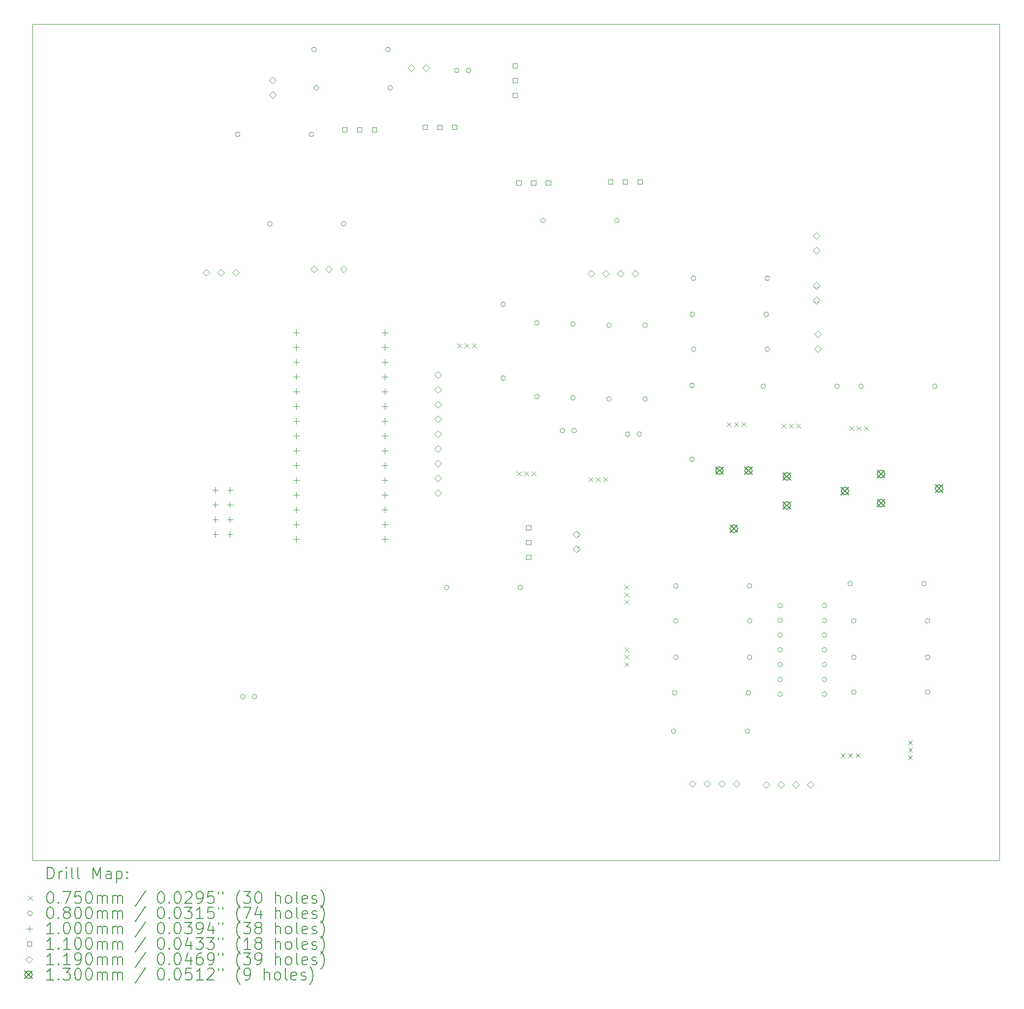
<source format=gbr>
%TF.GenerationSoftware,KiCad,Pcbnew,8.0.3*%
%TF.CreationDate,2024-07-07T22:20:17-04:00*%
%TF.ProjectId,Aplicaciones Car RC,41706c69-6361-4636-996f-6e6573204361,rev?*%
%TF.SameCoordinates,Original*%
%TF.FileFunction,Drillmap*%
%TF.FilePolarity,Positive*%
%FSLAX45Y45*%
G04 Gerber Fmt 4.5, Leading zero omitted, Abs format (unit mm)*
G04 Created by KiCad (PCBNEW 8.0.3) date 2024-07-07 22:20:17*
%MOMM*%
%LPD*%
G01*
G04 APERTURE LIST*
%ADD10C,0.050000*%
%ADD11C,0.200000*%
%ADD12C,0.100000*%
%ADD13C,0.110000*%
%ADD14C,0.119000*%
%ADD15C,0.130000*%
G04 APERTURE END LIST*
D10*
X2180000Y-1900000D02*
X18820000Y-1900000D01*
X18820000Y-16300000D01*
X2180000Y-16300000D01*
X2180000Y-1900000D01*
D11*
D12*
X9488500Y-7402500D02*
X9563500Y-7477500D01*
X9563500Y-7402500D02*
X9488500Y-7477500D01*
X9615500Y-7402500D02*
X9690500Y-7477500D01*
X9690500Y-7402500D02*
X9615500Y-7477500D01*
X9742500Y-7402500D02*
X9817500Y-7477500D01*
X9817500Y-7402500D02*
X9742500Y-7477500D01*
X10515500Y-9598500D02*
X10590500Y-9673500D01*
X10590500Y-9598500D02*
X10515500Y-9673500D01*
X10642500Y-9598500D02*
X10717500Y-9673500D01*
X10717500Y-9598500D02*
X10642500Y-9673500D01*
X10769500Y-9598500D02*
X10844500Y-9673500D01*
X10844500Y-9598500D02*
X10769500Y-9673500D01*
X11748500Y-9702500D02*
X11823500Y-9777500D01*
X11823500Y-9702500D02*
X11748500Y-9777500D01*
X11875500Y-9702500D02*
X11950500Y-9777500D01*
X11950500Y-9702500D02*
X11875500Y-9777500D01*
X12002500Y-9702500D02*
X12077500Y-9777500D01*
X12077500Y-9702500D02*
X12002500Y-9777500D01*
X12367500Y-11555000D02*
X12442500Y-11630000D01*
X12442500Y-11555000D02*
X12367500Y-11630000D01*
X12367500Y-11682000D02*
X12442500Y-11757000D01*
X12442500Y-11682000D02*
X12367500Y-11757000D01*
X12367500Y-11809000D02*
X12442500Y-11884000D01*
X12442500Y-11809000D02*
X12367500Y-11884000D01*
X12367500Y-12635000D02*
X12442500Y-12710000D01*
X12442500Y-12635000D02*
X12367500Y-12710000D01*
X12367500Y-12762000D02*
X12442500Y-12837000D01*
X12442500Y-12762000D02*
X12367500Y-12837000D01*
X12367500Y-12889000D02*
X12442500Y-12964000D01*
X12442500Y-12889000D02*
X12367500Y-12964000D01*
X14125500Y-8756000D02*
X14200500Y-8831000D01*
X14200500Y-8756000D02*
X14125500Y-8831000D01*
X14252500Y-8756000D02*
X14327500Y-8831000D01*
X14327500Y-8756000D02*
X14252500Y-8831000D01*
X14379500Y-8756000D02*
X14454500Y-8831000D01*
X14454500Y-8756000D02*
X14379500Y-8831000D01*
X15065500Y-8776000D02*
X15140500Y-8851000D01*
X15140500Y-8776000D02*
X15065500Y-8851000D01*
X15192500Y-8776000D02*
X15267500Y-8851000D01*
X15267500Y-8776000D02*
X15192500Y-8851000D01*
X15319500Y-8776000D02*
X15394500Y-8851000D01*
X15394500Y-8776000D02*
X15319500Y-8851000D01*
X16087500Y-14455000D02*
X16162500Y-14530000D01*
X16162500Y-14455000D02*
X16087500Y-14530000D01*
X16214500Y-14455000D02*
X16289500Y-14530000D01*
X16289500Y-14455000D02*
X16214500Y-14530000D01*
X16238500Y-8820000D02*
X16313500Y-8895000D01*
X16313500Y-8820000D02*
X16238500Y-8895000D01*
X16341500Y-14455000D02*
X16416500Y-14530000D01*
X16416500Y-14455000D02*
X16341500Y-14530000D01*
X16365500Y-8820000D02*
X16440500Y-8895000D01*
X16440500Y-8820000D02*
X16365500Y-8895000D01*
X16492500Y-8820000D02*
X16567500Y-8895000D01*
X16567500Y-8820000D02*
X16492500Y-8895000D01*
X17247500Y-14235000D02*
X17322500Y-14310000D01*
X17322500Y-14235000D02*
X17247500Y-14310000D01*
X17247500Y-14362000D02*
X17322500Y-14437000D01*
X17322500Y-14362000D02*
X17247500Y-14437000D01*
X17247500Y-14489000D02*
X17322500Y-14564000D01*
X17322500Y-14489000D02*
X17247500Y-14564000D01*
X5750000Y-3800000D02*
G75*
G02*
X5670000Y-3800000I-40000J0D01*
G01*
X5670000Y-3800000D02*
G75*
G02*
X5750000Y-3800000I40000J0D01*
G01*
X5840000Y-13480000D02*
G75*
G02*
X5760000Y-13480000I-40000J0D01*
G01*
X5760000Y-13480000D02*
G75*
G02*
X5840000Y-13480000I40000J0D01*
G01*
X6040000Y-13480000D02*
G75*
G02*
X5960000Y-13480000I-40000J0D01*
G01*
X5960000Y-13480000D02*
G75*
G02*
X6040000Y-13480000I40000J0D01*
G01*
X6305000Y-5340000D02*
G75*
G02*
X6225000Y-5340000I-40000J0D01*
G01*
X6225000Y-5340000D02*
G75*
G02*
X6305000Y-5340000I40000J0D01*
G01*
X7020000Y-3800000D02*
G75*
G02*
X6940000Y-3800000I-40000J0D01*
G01*
X6940000Y-3800000D02*
G75*
G02*
X7020000Y-3800000I40000J0D01*
G01*
X7065000Y-2340000D02*
G75*
G02*
X6985000Y-2340000I-40000J0D01*
G01*
X6985000Y-2340000D02*
G75*
G02*
X7065000Y-2340000I40000J0D01*
G01*
X7105000Y-3000000D02*
G75*
G02*
X7025000Y-3000000I-40000J0D01*
G01*
X7025000Y-3000000D02*
G75*
G02*
X7105000Y-3000000I40000J0D01*
G01*
X7575000Y-5340000D02*
G75*
G02*
X7495000Y-5340000I-40000J0D01*
G01*
X7495000Y-5340000D02*
G75*
G02*
X7575000Y-5340000I40000J0D01*
G01*
X8335000Y-2340000D02*
G75*
G02*
X8255000Y-2340000I-40000J0D01*
G01*
X8255000Y-2340000D02*
G75*
G02*
X8335000Y-2340000I40000J0D01*
G01*
X8375000Y-3000000D02*
G75*
G02*
X8295000Y-3000000I-40000J0D01*
G01*
X8295000Y-3000000D02*
G75*
G02*
X8375000Y-3000000I40000J0D01*
G01*
X9345000Y-11600000D02*
G75*
G02*
X9265000Y-11600000I-40000J0D01*
G01*
X9265000Y-11600000D02*
G75*
G02*
X9345000Y-11600000I40000J0D01*
G01*
X9520000Y-2700000D02*
G75*
G02*
X9440000Y-2700000I-40000J0D01*
G01*
X9440000Y-2700000D02*
G75*
G02*
X9520000Y-2700000I40000J0D01*
G01*
X9720000Y-2700000D02*
G75*
G02*
X9640000Y-2700000I-40000J0D01*
G01*
X9640000Y-2700000D02*
G75*
G02*
X9720000Y-2700000I40000J0D01*
G01*
X10320000Y-6725000D02*
G75*
G02*
X10240000Y-6725000I-40000J0D01*
G01*
X10240000Y-6725000D02*
G75*
G02*
X10320000Y-6725000I40000J0D01*
G01*
X10320000Y-7995000D02*
G75*
G02*
X10240000Y-7995000I-40000J0D01*
G01*
X10240000Y-7995000D02*
G75*
G02*
X10320000Y-7995000I40000J0D01*
G01*
X10615000Y-11600000D02*
G75*
G02*
X10535000Y-11600000I-40000J0D01*
G01*
X10535000Y-11600000D02*
G75*
G02*
X10615000Y-11600000I40000J0D01*
G01*
X10900000Y-7045000D02*
G75*
G02*
X10820000Y-7045000I-40000J0D01*
G01*
X10820000Y-7045000D02*
G75*
G02*
X10900000Y-7045000I40000J0D01*
G01*
X10900000Y-8315000D02*
G75*
G02*
X10820000Y-8315000I-40000J0D01*
G01*
X10820000Y-8315000D02*
G75*
G02*
X10900000Y-8315000I40000J0D01*
G01*
X11005000Y-5280000D02*
G75*
G02*
X10925000Y-5280000I-40000J0D01*
G01*
X10925000Y-5280000D02*
G75*
G02*
X11005000Y-5280000I40000J0D01*
G01*
X11340000Y-8900000D02*
G75*
G02*
X11260000Y-8900000I-40000J0D01*
G01*
X11260000Y-8900000D02*
G75*
G02*
X11340000Y-8900000I40000J0D01*
G01*
X11520000Y-7065000D02*
G75*
G02*
X11440000Y-7065000I-40000J0D01*
G01*
X11440000Y-7065000D02*
G75*
G02*
X11520000Y-7065000I40000J0D01*
G01*
X11520000Y-8335000D02*
G75*
G02*
X11440000Y-8335000I-40000J0D01*
G01*
X11440000Y-8335000D02*
G75*
G02*
X11520000Y-8335000I40000J0D01*
G01*
X11540000Y-8900000D02*
G75*
G02*
X11460000Y-8900000I-40000J0D01*
G01*
X11460000Y-8900000D02*
G75*
G02*
X11540000Y-8900000I40000J0D01*
G01*
X12140000Y-7085000D02*
G75*
G02*
X12060000Y-7085000I-40000J0D01*
G01*
X12060000Y-7085000D02*
G75*
G02*
X12140000Y-7085000I40000J0D01*
G01*
X12140000Y-8355000D02*
G75*
G02*
X12060000Y-8355000I-40000J0D01*
G01*
X12060000Y-8355000D02*
G75*
G02*
X12140000Y-8355000I40000J0D01*
G01*
X12275000Y-5280000D02*
G75*
G02*
X12195000Y-5280000I-40000J0D01*
G01*
X12195000Y-5280000D02*
G75*
G02*
X12275000Y-5280000I40000J0D01*
G01*
X12460000Y-8960000D02*
G75*
G02*
X12380000Y-8960000I-40000J0D01*
G01*
X12380000Y-8960000D02*
G75*
G02*
X12460000Y-8960000I40000J0D01*
G01*
X12660000Y-8960000D02*
G75*
G02*
X12580000Y-8960000I-40000J0D01*
G01*
X12580000Y-8960000D02*
G75*
G02*
X12660000Y-8960000I40000J0D01*
G01*
X12760000Y-7085000D02*
G75*
G02*
X12680000Y-7085000I-40000J0D01*
G01*
X12680000Y-7085000D02*
G75*
G02*
X12760000Y-7085000I40000J0D01*
G01*
X12760000Y-8355000D02*
G75*
G02*
X12680000Y-8355000I-40000J0D01*
G01*
X12680000Y-8355000D02*
G75*
G02*
X12760000Y-8355000I40000J0D01*
G01*
X13250000Y-14072500D02*
G75*
G02*
X13170000Y-14072500I-40000J0D01*
G01*
X13170000Y-14072500D02*
G75*
G02*
X13250000Y-14072500I40000J0D01*
G01*
X13270000Y-13412500D02*
G75*
G02*
X13190000Y-13412500I-40000J0D01*
G01*
X13190000Y-13412500D02*
G75*
G02*
X13270000Y-13412500I40000J0D01*
G01*
X13290000Y-11572500D02*
G75*
G02*
X13210000Y-11572500I-40000J0D01*
G01*
X13210000Y-11572500D02*
G75*
G02*
X13290000Y-11572500I40000J0D01*
G01*
X13290000Y-12172500D02*
G75*
G02*
X13210000Y-12172500I-40000J0D01*
G01*
X13210000Y-12172500D02*
G75*
G02*
X13290000Y-12172500I40000J0D01*
G01*
X13290000Y-12800000D02*
G75*
G02*
X13210000Y-12800000I-40000J0D01*
G01*
X13210000Y-12800000D02*
G75*
G02*
X13290000Y-12800000I40000J0D01*
G01*
X13570000Y-8122500D02*
G75*
G02*
X13490000Y-8122500I-40000J0D01*
G01*
X13490000Y-8122500D02*
G75*
G02*
X13570000Y-8122500I40000J0D01*
G01*
X13570000Y-9392500D02*
G75*
G02*
X13490000Y-9392500I-40000J0D01*
G01*
X13490000Y-9392500D02*
G75*
G02*
X13570000Y-9392500I40000J0D01*
G01*
X13575000Y-6897500D02*
G75*
G02*
X13495000Y-6897500I-40000J0D01*
G01*
X13495000Y-6897500D02*
G75*
G02*
X13575000Y-6897500I40000J0D01*
G01*
X13595000Y-6277500D02*
G75*
G02*
X13515000Y-6277500I-40000J0D01*
G01*
X13515000Y-6277500D02*
G75*
G02*
X13595000Y-6277500I40000J0D01*
G01*
X13595000Y-7497500D02*
G75*
G02*
X13515000Y-7497500I-40000J0D01*
G01*
X13515000Y-7497500D02*
G75*
G02*
X13595000Y-7497500I40000J0D01*
G01*
X14520000Y-14072500D02*
G75*
G02*
X14440000Y-14072500I-40000J0D01*
G01*
X14440000Y-14072500D02*
G75*
G02*
X14520000Y-14072500I40000J0D01*
G01*
X14540000Y-13412500D02*
G75*
G02*
X14460000Y-13412500I-40000J0D01*
G01*
X14460000Y-13412500D02*
G75*
G02*
X14540000Y-13412500I40000J0D01*
G01*
X14560000Y-11572500D02*
G75*
G02*
X14480000Y-11572500I-40000J0D01*
G01*
X14480000Y-11572500D02*
G75*
G02*
X14560000Y-11572500I40000J0D01*
G01*
X14560000Y-12172500D02*
G75*
G02*
X14480000Y-12172500I-40000J0D01*
G01*
X14480000Y-12172500D02*
G75*
G02*
X14560000Y-12172500I40000J0D01*
G01*
X14560000Y-12800000D02*
G75*
G02*
X14480000Y-12800000I-40000J0D01*
G01*
X14480000Y-12800000D02*
G75*
G02*
X14560000Y-12800000I40000J0D01*
G01*
X14795000Y-8137500D02*
G75*
G02*
X14715000Y-8137500I-40000J0D01*
G01*
X14715000Y-8137500D02*
G75*
G02*
X14795000Y-8137500I40000J0D01*
G01*
X14845000Y-6897500D02*
G75*
G02*
X14765000Y-6897500I-40000J0D01*
G01*
X14765000Y-6897500D02*
G75*
G02*
X14845000Y-6897500I40000J0D01*
G01*
X14865000Y-6277500D02*
G75*
G02*
X14785000Y-6277500I-40000J0D01*
G01*
X14785000Y-6277500D02*
G75*
G02*
X14865000Y-6277500I40000J0D01*
G01*
X14865000Y-7497500D02*
G75*
G02*
X14785000Y-7497500I-40000J0D01*
G01*
X14785000Y-7497500D02*
G75*
G02*
X14865000Y-7497500I40000J0D01*
G01*
X15085000Y-11910000D02*
G75*
G02*
X15005000Y-11910000I-40000J0D01*
G01*
X15005000Y-11910000D02*
G75*
G02*
X15085000Y-11910000I40000J0D01*
G01*
X15085000Y-12164000D02*
G75*
G02*
X15005000Y-12164000I-40000J0D01*
G01*
X15005000Y-12164000D02*
G75*
G02*
X15085000Y-12164000I40000J0D01*
G01*
X15085000Y-12418000D02*
G75*
G02*
X15005000Y-12418000I-40000J0D01*
G01*
X15005000Y-12418000D02*
G75*
G02*
X15085000Y-12418000I40000J0D01*
G01*
X15085000Y-12672000D02*
G75*
G02*
X15005000Y-12672000I-40000J0D01*
G01*
X15005000Y-12672000D02*
G75*
G02*
X15085000Y-12672000I40000J0D01*
G01*
X15085000Y-12926000D02*
G75*
G02*
X15005000Y-12926000I-40000J0D01*
G01*
X15005000Y-12926000D02*
G75*
G02*
X15085000Y-12926000I40000J0D01*
G01*
X15085000Y-13180000D02*
G75*
G02*
X15005000Y-13180000I-40000J0D01*
G01*
X15005000Y-13180000D02*
G75*
G02*
X15085000Y-13180000I40000J0D01*
G01*
X15085000Y-13434000D02*
G75*
G02*
X15005000Y-13434000I-40000J0D01*
G01*
X15005000Y-13434000D02*
G75*
G02*
X15085000Y-13434000I40000J0D01*
G01*
X15847000Y-11910000D02*
G75*
G02*
X15767000Y-11910000I-40000J0D01*
G01*
X15767000Y-11910000D02*
G75*
G02*
X15847000Y-11910000I40000J0D01*
G01*
X15847000Y-12164000D02*
G75*
G02*
X15767000Y-12164000I-40000J0D01*
G01*
X15767000Y-12164000D02*
G75*
G02*
X15847000Y-12164000I40000J0D01*
G01*
X15847000Y-12418000D02*
G75*
G02*
X15767000Y-12418000I-40000J0D01*
G01*
X15767000Y-12418000D02*
G75*
G02*
X15847000Y-12418000I40000J0D01*
G01*
X15847000Y-12672000D02*
G75*
G02*
X15767000Y-12672000I-40000J0D01*
G01*
X15767000Y-12672000D02*
G75*
G02*
X15847000Y-12672000I40000J0D01*
G01*
X15847000Y-12926000D02*
G75*
G02*
X15767000Y-12926000I-40000J0D01*
G01*
X15767000Y-12926000D02*
G75*
G02*
X15847000Y-12926000I40000J0D01*
G01*
X15847000Y-13180000D02*
G75*
G02*
X15767000Y-13180000I-40000J0D01*
G01*
X15767000Y-13180000D02*
G75*
G02*
X15847000Y-13180000I40000J0D01*
G01*
X15847000Y-13434000D02*
G75*
G02*
X15767000Y-13434000I-40000J0D01*
G01*
X15767000Y-13434000D02*
G75*
G02*
X15847000Y-13434000I40000J0D01*
G01*
X16065000Y-8137500D02*
G75*
G02*
X15985000Y-8137500I-40000J0D01*
G01*
X15985000Y-8137500D02*
G75*
G02*
X16065000Y-8137500I40000J0D01*
G01*
X16290000Y-11532500D02*
G75*
G02*
X16210000Y-11532500I-40000J0D01*
G01*
X16210000Y-11532500D02*
G75*
G02*
X16290000Y-11532500I40000J0D01*
G01*
X16350000Y-12172500D02*
G75*
G02*
X16270000Y-12172500I-40000J0D01*
G01*
X16270000Y-12172500D02*
G75*
G02*
X16350000Y-12172500I40000J0D01*
G01*
X16352000Y-12800000D02*
G75*
G02*
X16272000Y-12800000I-40000J0D01*
G01*
X16272000Y-12800000D02*
G75*
G02*
X16352000Y-12800000I40000J0D01*
G01*
X16352000Y-13400000D02*
G75*
G02*
X16272000Y-13400000I-40000J0D01*
G01*
X16272000Y-13400000D02*
G75*
G02*
X16352000Y-13400000I40000J0D01*
G01*
X16475000Y-8137500D02*
G75*
G02*
X16395000Y-8137500I-40000J0D01*
G01*
X16395000Y-8137500D02*
G75*
G02*
X16475000Y-8137500I40000J0D01*
G01*
X17560000Y-11532500D02*
G75*
G02*
X17480000Y-11532500I-40000J0D01*
G01*
X17480000Y-11532500D02*
G75*
G02*
X17560000Y-11532500I40000J0D01*
G01*
X17620000Y-12172500D02*
G75*
G02*
X17540000Y-12172500I-40000J0D01*
G01*
X17540000Y-12172500D02*
G75*
G02*
X17620000Y-12172500I40000J0D01*
G01*
X17622000Y-12800000D02*
G75*
G02*
X17542000Y-12800000I-40000J0D01*
G01*
X17542000Y-12800000D02*
G75*
G02*
X17622000Y-12800000I40000J0D01*
G01*
X17622000Y-13400000D02*
G75*
G02*
X17542000Y-13400000I-40000J0D01*
G01*
X17542000Y-13400000D02*
G75*
G02*
X17622000Y-13400000I40000J0D01*
G01*
X17745000Y-8137500D02*
G75*
G02*
X17665000Y-8137500I-40000J0D01*
G01*
X17665000Y-8137500D02*
G75*
G02*
X17745000Y-8137500I40000J0D01*
G01*
X5324950Y-9870500D02*
X5324950Y-9970500D01*
X5274950Y-9920500D02*
X5374950Y-9920500D01*
X5324950Y-10124500D02*
X5324950Y-10224500D01*
X5274950Y-10174500D02*
X5374950Y-10174500D01*
X5324950Y-10378500D02*
X5324950Y-10478500D01*
X5274950Y-10428500D02*
X5374950Y-10428500D01*
X5324950Y-10632500D02*
X5324950Y-10732500D01*
X5274950Y-10682500D02*
X5374950Y-10682500D01*
X5578950Y-9870500D02*
X5578950Y-9970500D01*
X5528950Y-9920500D02*
X5628950Y-9920500D01*
X5578950Y-10124500D02*
X5578950Y-10224500D01*
X5528950Y-10174500D02*
X5628950Y-10174500D01*
X5578950Y-10378500D02*
X5578950Y-10478500D01*
X5528950Y-10428500D02*
X5628950Y-10428500D01*
X5578950Y-10632500D02*
X5578950Y-10732500D01*
X5528950Y-10682500D02*
X5628950Y-10682500D01*
X6719000Y-7165000D02*
X6719000Y-7265000D01*
X6669000Y-7215000D02*
X6769000Y-7215000D01*
X6719000Y-7419000D02*
X6719000Y-7519000D01*
X6669000Y-7469000D02*
X6769000Y-7469000D01*
X6719000Y-7673000D02*
X6719000Y-7773000D01*
X6669000Y-7723000D02*
X6769000Y-7723000D01*
X6719000Y-7927000D02*
X6719000Y-8027000D01*
X6669000Y-7977000D02*
X6769000Y-7977000D01*
X6719000Y-8181000D02*
X6719000Y-8281000D01*
X6669000Y-8231000D02*
X6769000Y-8231000D01*
X6719000Y-8435000D02*
X6719000Y-8535000D01*
X6669000Y-8485000D02*
X6769000Y-8485000D01*
X6719000Y-8689000D02*
X6719000Y-8789000D01*
X6669000Y-8739000D02*
X6769000Y-8739000D01*
X6719000Y-8943000D02*
X6719000Y-9043000D01*
X6669000Y-8993000D02*
X6769000Y-8993000D01*
X6719000Y-9197000D02*
X6719000Y-9297000D01*
X6669000Y-9247000D02*
X6769000Y-9247000D01*
X6719000Y-9451000D02*
X6719000Y-9551000D01*
X6669000Y-9501000D02*
X6769000Y-9501000D01*
X6719000Y-9705000D02*
X6719000Y-9805000D01*
X6669000Y-9755000D02*
X6769000Y-9755000D01*
X6719000Y-9959000D02*
X6719000Y-10059000D01*
X6669000Y-10009000D02*
X6769000Y-10009000D01*
X6719000Y-10213000D02*
X6719000Y-10313000D01*
X6669000Y-10263000D02*
X6769000Y-10263000D01*
X6719000Y-10467000D02*
X6719000Y-10567000D01*
X6669000Y-10517000D02*
X6769000Y-10517000D01*
X6719000Y-10721000D02*
X6719000Y-10821000D01*
X6669000Y-10771000D02*
X6769000Y-10771000D01*
X8243000Y-7165000D02*
X8243000Y-7265000D01*
X8193000Y-7215000D02*
X8293000Y-7215000D01*
X8243000Y-7419000D02*
X8243000Y-7519000D01*
X8193000Y-7469000D02*
X8293000Y-7469000D01*
X8243000Y-7673000D02*
X8243000Y-7773000D01*
X8193000Y-7723000D02*
X8293000Y-7723000D01*
X8243000Y-7927000D02*
X8243000Y-8027000D01*
X8193000Y-7977000D02*
X8293000Y-7977000D01*
X8243000Y-8181000D02*
X8243000Y-8281000D01*
X8193000Y-8231000D02*
X8293000Y-8231000D01*
X8243000Y-8435000D02*
X8243000Y-8535000D01*
X8193000Y-8485000D02*
X8293000Y-8485000D01*
X8243000Y-8689000D02*
X8243000Y-8789000D01*
X8193000Y-8739000D02*
X8293000Y-8739000D01*
X8243000Y-8943000D02*
X8243000Y-9043000D01*
X8193000Y-8993000D02*
X8293000Y-8993000D01*
X8243000Y-9197000D02*
X8243000Y-9297000D01*
X8193000Y-9247000D02*
X8293000Y-9247000D01*
X8243000Y-9451000D02*
X8243000Y-9551000D01*
X8193000Y-9501000D02*
X8293000Y-9501000D01*
X8243000Y-9705000D02*
X8243000Y-9805000D01*
X8193000Y-9755000D02*
X8293000Y-9755000D01*
X8243000Y-9959000D02*
X8243000Y-10059000D01*
X8193000Y-10009000D02*
X8293000Y-10009000D01*
X8243000Y-10213000D02*
X8243000Y-10313000D01*
X8193000Y-10263000D02*
X8293000Y-10263000D01*
X8243000Y-10467000D02*
X8243000Y-10567000D01*
X8193000Y-10517000D02*
X8293000Y-10517000D01*
X8243000Y-10721000D02*
X8243000Y-10821000D01*
X8193000Y-10771000D02*
X8293000Y-10771000D01*
D13*
X7590891Y-3758891D02*
X7590891Y-3681109D01*
X7513109Y-3681109D01*
X7513109Y-3758891D01*
X7590891Y-3758891D01*
X7844891Y-3758891D02*
X7844891Y-3681109D01*
X7767109Y-3681109D01*
X7767109Y-3758891D01*
X7844891Y-3758891D01*
X8098891Y-3758891D02*
X8098891Y-3681109D01*
X8021109Y-3681109D01*
X8021109Y-3758891D01*
X8098891Y-3758891D01*
X8970891Y-3718891D02*
X8970891Y-3641109D01*
X8893109Y-3641109D01*
X8893109Y-3718891D01*
X8970891Y-3718891D01*
X9224891Y-3718891D02*
X9224891Y-3641109D01*
X9147109Y-3641109D01*
X9147109Y-3718891D01*
X9224891Y-3718891D01*
X9478891Y-3718891D02*
X9478891Y-3641109D01*
X9401109Y-3641109D01*
X9401109Y-3718891D01*
X9478891Y-3718891D01*
X10518891Y-2658891D02*
X10518891Y-2581109D01*
X10441109Y-2581109D01*
X10441109Y-2658891D01*
X10518891Y-2658891D01*
X10518891Y-2912891D02*
X10518891Y-2835109D01*
X10441109Y-2835109D01*
X10441109Y-2912891D01*
X10518891Y-2912891D01*
X10518891Y-3166891D02*
X10518891Y-3089109D01*
X10441109Y-3089109D01*
X10441109Y-3166891D01*
X10518891Y-3166891D01*
X10584891Y-4673391D02*
X10584891Y-4595609D01*
X10507109Y-4595609D01*
X10507109Y-4673391D01*
X10584891Y-4673391D01*
X10753391Y-10604891D02*
X10753391Y-10527109D01*
X10675609Y-10527109D01*
X10675609Y-10604891D01*
X10753391Y-10604891D01*
X10753391Y-10858891D02*
X10753391Y-10781109D01*
X10675609Y-10781109D01*
X10675609Y-10858891D01*
X10753391Y-10858891D01*
X10753391Y-11112891D02*
X10753391Y-11035109D01*
X10675609Y-11035109D01*
X10675609Y-11112891D01*
X10753391Y-11112891D01*
X10838891Y-4673391D02*
X10838891Y-4595609D01*
X10761109Y-4595609D01*
X10761109Y-4673391D01*
X10838891Y-4673391D01*
X11092891Y-4673391D02*
X11092891Y-4595609D01*
X11015109Y-4595609D01*
X11015109Y-4673391D01*
X11092891Y-4673391D01*
X12164891Y-4653391D02*
X12164891Y-4575609D01*
X12087109Y-4575609D01*
X12087109Y-4653391D01*
X12164891Y-4653391D01*
X12418891Y-4653391D02*
X12418891Y-4575609D01*
X12341109Y-4575609D01*
X12341109Y-4653391D01*
X12418891Y-4653391D01*
X12672891Y-4653391D02*
X12672891Y-4575609D01*
X12595109Y-4575609D01*
X12595109Y-4653391D01*
X12672891Y-4653391D01*
D14*
X5172000Y-6239500D02*
X5231500Y-6180000D01*
X5172000Y-6120500D01*
X5112500Y-6180000D01*
X5172000Y-6239500D01*
X5426000Y-6239500D02*
X5485500Y-6180000D01*
X5426000Y-6120500D01*
X5366500Y-6180000D01*
X5426000Y-6239500D01*
X5680000Y-6239500D02*
X5739500Y-6180000D01*
X5680000Y-6120500D01*
X5620500Y-6180000D01*
X5680000Y-6239500D01*
X6313000Y-2927500D02*
X6372500Y-2868000D01*
X6313000Y-2808500D01*
X6253500Y-2868000D01*
X6313000Y-2927500D01*
X6313000Y-3181500D02*
X6372500Y-3122000D01*
X6313000Y-3062500D01*
X6253500Y-3122000D01*
X6313000Y-3181500D01*
X7026000Y-6181500D02*
X7085500Y-6122000D01*
X7026000Y-6062500D01*
X6966500Y-6122000D01*
X7026000Y-6181500D01*
X7280000Y-6181500D02*
X7339500Y-6122000D01*
X7280000Y-6062500D01*
X7220500Y-6122000D01*
X7280000Y-6181500D01*
X7534000Y-6181500D02*
X7593500Y-6122000D01*
X7534000Y-6062500D01*
X7474500Y-6122000D01*
X7534000Y-6181500D01*
X8700000Y-2719500D02*
X8759500Y-2660000D01*
X8700000Y-2600500D01*
X8640500Y-2660000D01*
X8700000Y-2719500D01*
X8954000Y-2719500D02*
X9013500Y-2660000D01*
X8954000Y-2600500D01*
X8894500Y-2660000D01*
X8954000Y-2719500D01*
X9160000Y-8003500D02*
X9219500Y-7944000D01*
X9160000Y-7884500D01*
X9100500Y-7944000D01*
X9160000Y-8003500D01*
X9160000Y-8257500D02*
X9219500Y-8198000D01*
X9160000Y-8138500D01*
X9100500Y-8198000D01*
X9160000Y-8257500D01*
X9160000Y-8511500D02*
X9219500Y-8452000D01*
X9160000Y-8392500D01*
X9100500Y-8452000D01*
X9160000Y-8511500D01*
X9160000Y-8765500D02*
X9219500Y-8706000D01*
X9160000Y-8646500D01*
X9100500Y-8706000D01*
X9160000Y-8765500D01*
X9160000Y-9019500D02*
X9219500Y-8960000D01*
X9160000Y-8900500D01*
X9100500Y-8960000D01*
X9160000Y-9019500D01*
X9160000Y-9273500D02*
X9219500Y-9214000D01*
X9160000Y-9154500D01*
X9100500Y-9214000D01*
X9160000Y-9273500D01*
X9160000Y-9527500D02*
X9219500Y-9468000D01*
X9160000Y-9408500D01*
X9100500Y-9468000D01*
X9160000Y-9527500D01*
X9160000Y-9781500D02*
X9219500Y-9722000D01*
X9160000Y-9662500D01*
X9100500Y-9722000D01*
X9160000Y-9781500D01*
X9160000Y-10035500D02*
X9219500Y-9976000D01*
X9160000Y-9916500D01*
X9100500Y-9976000D01*
X9160000Y-10035500D01*
X11540000Y-10745500D02*
X11599500Y-10686000D01*
X11540000Y-10626500D01*
X11480500Y-10686000D01*
X11540000Y-10745500D01*
X11540000Y-10999500D02*
X11599500Y-10940000D01*
X11540000Y-10880500D01*
X11480500Y-10940000D01*
X11540000Y-10999500D01*
X11792000Y-6259500D02*
X11851500Y-6200000D01*
X11792000Y-6140500D01*
X11732500Y-6200000D01*
X11792000Y-6259500D01*
X12046000Y-6259500D02*
X12105500Y-6200000D01*
X12046000Y-6140500D01*
X11986500Y-6200000D01*
X12046000Y-6259500D01*
X12300000Y-6259500D02*
X12359500Y-6200000D01*
X12300000Y-6140500D01*
X12240500Y-6200000D01*
X12300000Y-6259500D01*
X12554000Y-6259500D02*
X12613500Y-6200000D01*
X12554000Y-6140500D01*
X12494500Y-6200000D01*
X12554000Y-6259500D01*
X13531000Y-15032000D02*
X13590500Y-14972500D01*
X13531000Y-14913000D01*
X13471500Y-14972500D01*
X13531000Y-15032000D01*
X13785000Y-15032000D02*
X13844500Y-14972500D01*
X13785000Y-14913000D01*
X13725500Y-14972500D01*
X13785000Y-15032000D01*
X14039000Y-15032000D02*
X14098500Y-14972500D01*
X14039000Y-14913000D01*
X13979500Y-14972500D01*
X14039000Y-15032000D01*
X14293000Y-15032000D02*
X14352500Y-14972500D01*
X14293000Y-14913000D01*
X14233500Y-14972500D01*
X14293000Y-15032000D01*
X14804000Y-15054000D02*
X14863500Y-14994500D01*
X14804000Y-14935000D01*
X14744500Y-14994500D01*
X14804000Y-15054000D01*
X15058000Y-15054000D02*
X15117500Y-14994500D01*
X15058000Y-14935000D01*
X14998500Y-14994500D01*
X15058000Y-15054000D01*
X15312000Y-15054000D02*
X15371500Y-14994500D01*
X15312000Y-14935000D01*
X15252500Y-14994500D01*
X15312000Y-15054000D01*
X15566000Y-15054000D02*
X15625500Y-14994500D01*
X15566000Y-14935000D01*
X15506500Y-14994500D01*
X15566000Y-15054000D01*
X15670000Y-5603000D02*
X15729500Y-5543500D01*
X15670000Y-5484000D01*
X15610500Y-5543500D01*
X15670000Y-5603000D01*
X15670000Y-5857000D02*
X15729500Y-5797500D01*
X15670000Y-5738000D01*
X15610500Y-5797500D01*
X15670000Y-5857000D01*
X15670000Y-6463000D02*
X15729500Y-6403500D01*
X15670000Y-6344000D01*
X15610500Y-6403500D01*
X15670000Y-6463000D01*
X15670000Y-6717000D02*
X15729500Y-6657500D01*
X15670000Y-6598000D01*
X15610500Y-6657500D01*
X15670000Y-6717000D01*
X15690000Y-7297000D02*
X15749500Y-7237500D01*
X15690000Y-7178000D01*
X15630500Y-7237500D01*
X15690000Y-7297000D01*
X15690000Y-7551000D02*
X15749500Y-7491500D01*
X15690000Y-7432000D01*
X15630500Y-7491500D01*
X15690000Y-7551000D01*
D15*
X13935000Y-9522500D02*
X14065000Y-9652500D01*
X14065000Y-9522500D02*
X13935000Y-9652500D01*
X14065000Y-9587500D02*
G75*
G02*
X13935000Y-9587500I-65000J0D01*
G01*
X13935000Y-9587500D02*
G75*
G02*
X14065000Y-9587500I65000J0D01*
G01*
X14185000Y-10522500D02*
X14315000Y-10652500D01*
X14315000Y-10522500D02*
X14185000Y-10652500D01*
X14315000Y-10587500D02*
G75*
G02*
X14185000Y-10587500I-65000J0D01*
G01*
X14185000Y-10587500D02*
G75*
G02*
X14315000Y-10587500I65000J0D01*
G01*
X14435000Y-9522500D02*
X14565000Y-9652500D01*
X14565000Y-9522500D02*
X14435000Y-9652500D01*
X14565000Y-9587500D02*
G75*
G02*
X14435000Y-9587500I-65000J0D01*
G01*
X14435000Y-9587500D02*
G75*
G02*
X14565000Y-9587500I65000J0D01*
G01*
X15095000Y-9622500D02*
X15225000Y-9752500D01*
X15225000Y-9622500D02*
X15095000Y-9752500D01*
X15225000Y-9687500D02*
G75*
G02*
X15095000Y-9687500I-65000J0D01*
G01*
X15095000Y-9687500D02*
G75*
G02*
X15225000Y-9687500I65000J0D01*
G01*
X15095000Y-10122500D02*
X15225000Y-10252500D01*
X15225000Y-10122500D02*
X15095000Y-10252500D01*
X15225000Y-10187500D02*
G75*
G02*
X15095000Y-10187500I-65000J0D01*
G01*
X15095000Y-10187500D02*
G75*
G02*
X15225000Y-10187500I65000J0D01*
G01*
X16095000Y-9872500D02*
X16225000Y-10002500D01*
X16225000Y-9872500D02*
X16095000Y-10002500D01*
X16225000Y-9937500D02*
G75*
G02*
X16095000Y-9937500I-65000J0D01*
G01*
X16095000Y-9937500D02*
G75*
G02*
X16225000Y-9937500I65000J0D01*
G01*
X16715000Y-9582500D02*
X16845000Y-9712500D01*
X16845000Y-9582500D02*
X16715000Y-9712500D01*
X16845000Y-9647500D02*
G75*
G02*
X16715000Y-9647500I-65000J0D01*
G01*
X16715000Y-9647500D02*
G75*
G02*
X16845000Y-9647500I65000J0D01*
G01*
X16715000Y-10082500D02*
X16845000Y-10212500D01*
X16845000Y-10082500D02*
X16715000Y-10212500D01*
X16845000Y-10147500D02*
G75*
G02*
X16715000Y-10147500I-65000J0D01*
G01*
X16715000Y-10147500D02*
G75*
G02*
X16845000Y-10147500I65000J0D01*
G01*
X17715000Y-9832500D02*
X17845000Y-9962500D01*
X17845000Y-9832500D02*
X17715000Y-9962500D01*
X17845000Y-9897500D02*
G75*
G02*
X17715000Y-9897500I-65000J0D01*
G01*
X17715000Y-9897500D02*
G75*
G02*
X17845000Y-9897500I65000J0D01*
G01*
D11*
X2438277Y-16613984D02*
X2438277Y-16413984D01*
X2438277Y-16413984D02*
X2485896Y-16413984D01*
X2485896Y-16413984D02*
X2514467Y-16423508D01*
X2514467Y-16423508D02*
X2533515Y-16442555D01*
X2533515Y-16442555D02*
X2543039Y-16461603D01*
X2543039Y-16461603D02*
X2552563Y-16499698D01*
X2552563Y-16499698D02*
X2552563Y-16528269D01*
X2552563Y-16528269D02*
X2543039Y-16566365D01*
X2543039Y-16566365D02*
X2533515Y-16585412D01*
X2533515Y-16585412D02*
X2514467Y-16604460D01*
X2514467Y-16604460D02*
X2485896Y-16613984D01*
X2485896Y-16613984D02*
X2438277Y-16613984D01*
X2638277Y-16613984D02*
X2638277Y-16480650D01*
X2638277Y-16518746D02*
X2647801Y-16499698D01*
X2647801Y-16499698D02*
X2657324Y-16490174D01*
X2657324Y-16490174D02*
X2676372Y-16480650D01*
X2676372Y-16480650D02*
X2695420Y-16480650D01*
X2762086Y-16613984D02*
X2762086Y-16480650D01*
X2762086Y-16413984D02*
X2752563Y-16423508D01*
X2752563Y-16423508D02*
X2762086Y-16433031D01*
X2762086Y-16433031D02*
X2771610Y-16423508D01*
X2771610Y-16423508D02*
X2762086Y-16413984D01*
X2762086Y-16413984D02*
X2762086Y-16433031D01*
X2885896Y-16613984D02*
X2866848Y-16604460D01*
X2866848Y-16604460D02*
X2857324Y-16585412D01*
X2857324Y-16585412D02*
X2857324Y-16413984D01*
X2990658Y-16613984D02*
X2971610Y-16604460D01*
X2971610Y-16604460D02*
X2962086Y-16585412D01*
X2962086Y-16585412D02*
X2962086Y-16413984D01*
X3219229Y-16613984D02*
X3219229Y-16413984D01*
X3219229Y-16413984D02*
X3285896Y-16556841D01*
X3285896Y-16556841D02*
X3352562Y-16413984D01*
X3352562Y-16413984D02*
X3352562Y-16613984D01*
X3533515Y-16613984D02*
X3533515Y-16509222D01*
X3533515Y-16509222D02*
X3523991Y-16490174D01*
X3523991Y-16490174D02*
X3504943Y-16480650D01*
X3504943Y-16480650D02*
X3466848Y-16480650D01*
X3466848Y-16480650D02*
X3447801Y-16490174D01*
X3533515Y-16604460D02*
X3514467Y-16613984D01*
X3514467Y-16613984D02*
X3466848Y-16613984D01*
X3466848Y-16613984D02*
X3447801Y-16604460D01*
X3447801Y-16604460D02*
X3438277Y-16585412D01*
X3438277Y-16585412D02*
X3438277Y-16566365D01*
X3438277Y-16566365D02*
X3447801Y-16547317D01*
X3447801Y-16547317D02*
X3466848Y-16537793D01*
X3466848Y-16537793D02*
X3514467Y-16537793D01*
X3514467Y-16537793D02*
X3533515Y-16528269D01*
X3628753Y-16480650D02*
X3628753Y-16680650D01*
X3628753Y-16490174D02*
X3647801Y-16480650D01*
X3647801Y-16480650D02*
X3685896Y-16480650D01*
X3685896Y-16480650D02*
X3704943Y-16490174D01*
X3704943Y-16490174D02*
X3714467Y-16499698D01*
X3714467Y-16499698D02*
X3723991Y-16518746D01*
X3723991Y-16518746D02*
X3723991Y-16575888D01*
X3723991Y-16575888D02*
X3714467Y-16594936D01*
X3714467Y-16594936D02*
X3704943Y-16604460D01*
X3704943Y-16604460D02*
X3685896Y-16613984D01*
X3685896Y-16613984D02*
X3647801Y-16613984D01*
X3647801Y-16613984D02*
X3628753Y-16604460D01*
X3809705Y-16594936D02*
X3819229Y-16604460D01*
X3819229Y-16604460D02*
X3809705Y-16613984D01*
X3809705Y-16613984D02*
X3800182Y-16604460D01*
X3800182Y-16604460D02*
X3809705Y-16594936D01*
X3809705Y-16594936D02*
X3809705Y-16613984D01*
X3809705Y-16490174D02*
X3819229Y-16499698D01*
X3819229Y-16499698D02*
X3809705Y-16509222D01*
X3809705Y-16509222D02*
X3800182Y-16499698D01*
X3800182Y-16499698D02*
X3809705Y-16490174D01*
X3809705Y-16490174D02*
X3809705Y-16509222D01*
D12*
X2102500Y-16905000D02*
X2177500Y-16980000D01*
X2177500Y-16905000D02*
X2102500Y-16980000D01*
D11*
X2476372Y-16833984D02*
X2495420Y-16833984D01*
X2495420Y-16833984D02*
X2514467Y-16843508D01*
X2514467Y-16843508D02*
X2523991Y-16853031D01*
X2523991Y-16853031D02*
X2533515Y-16872079D01*
X2533515Y-16872079D02*
X2543039Y-16910174D01*
X2543039Y-16910174D02*
X2543039Y-16957793D01*
X2543039Y-16957793D02*
X2533515Y-16995889D01*
X2533515Y-16995889D02*
X2523991Y-17014936D01*
X2523991Y-17014936D02*
X2514467Y-17024460D01*
X2514467Y-17024460D02*
X2495420Y-17033984D01*
X2495420Y-17033984D02*
X2476372Y-17033984D01*
X2476372Y-17033984D02*
X2457324Y-17024460D01*
X2457324Y-17024460D02*
X2447801Y-17014936D01*
X2447801Y-17014936D02*
X2438277Y-16995889D01*
X2438277Y-16995889D02*
X2428753Y-16957793D01*
X2428753Y-16957793D02*
X2428753Y-16910174D01*
X2428753Y-16910174D02*
X2438277Y-16872079D01*
X2438277Y-16872079D02*
X2447801Y-16853031D01*
X2447801Y-16853031D02*
X2457324Y-16843508D01*
X2457324Y-16843508D02*
X2476372Y-16833984D01*
X2628753Y-17014936D02*
X2638277Y-17024460D01*
X2638277Y-17024460D02*
X2628753Y-17033984D01*
X2628753Y-17033984D02*
X2619229Y-17024460D01*
X2619229Y-17024460D02*
X2628753Y-17014936D01*
X2628753Y-17014936D02*
X2628753Y-17033984D01*
X2704944Y-16833984D02*
X2838277Y-16833984D01*
X2838277Y-16833984D02*
X2752563Y-17033984D01*
X3009705Y-16833984D02*
X2914467Y-16833984D01*
X2914467Y-16833984D02*
X2904943Y-16929222D01*
X2904943Y-16929222D02*
X2914467Y-16919698D01*
X2914467Y-16919698D02*
X2933515Y-16910174D01*
X2933515Y-16910174D02*
X2981134Y-16910174D01*
X2981134Y-16910174D02*
X3000182Y-16919698D01*
X3000182Y-16919698D02*
X3009705Y-16929222D01*
X3009705Y-16929222D02*
X3019229Y-16948270D01*
X3019229Y-16948270D02*
X3019229Y-16995889D01*
X3019229Y-16995889D02*
X3009705Y-17014936D01*
X3009705Y-17014936D02*
X3000182Y-17024460D01*
X3000182Y-17024460D02*
X2981134Y-17033984D01*
X2981134Y-17033984D02*
X2933515Y-17033984D01*
X2933515Y-17033984D02*
X2914467Y-17024460D01*
X2914467Y-17024460D02*
X2904943Y-17014936D01*
X3143039Y-16833984D02*
X3162086Y-16833984D01*
X3162086Y-16833984D02*
X3181134Y-16843508D01*
X3181134Y-16843508D02*
X3190658Y-16853031D01*
X3190658Y-16853031D02*
X3200182Y-16872079D01*
X3200182Y-16872079D02*
X3209705Y-16910174D01*
X3209705Y-16910174D02*
X3209705Y-16957793D01*
X3209705Y-16957793D02*
X3200182Y-16995889D01*
X3200182Y-16995889D02*
X3190658Y-17014936D01*
X3190658Y-17014936D02*
X3181134Y-17024460D01*
X3181134Y-17024460D02*
X3162086Y-17033984D01*
X3162086Y-17033984D02*
X3143039Y-17033984D01*
X3143039Y-17033984D02*
X3123991Y-17024460D01*
X3123991Y-17024460D02*
X3114467Y-17014936D01*
X3114467Y-17014936D02*
X3104943Y-16995889D01*
X3104943Y-16995889D02*
X3095420Y-16957793D01*
X3095420Y-16957793D02*
X3095420Y-16910174D01*
X3095420Y-16910174D02*
X3104943Y-16872079D01*
X3104943Y-16872079D02*
X3114467Y-16853031D01*
X3114467Y-16853031D02*
X3123991Y-16843508D01*
X3123991Y-16843508D02*
X3143039Y-16833984D01*
X3295420Y-17033984D02*
X3295420Y-16900650D01*
X3295420Y-16919698D02*
X3304943Y-16910174D01*
X3304943Y-16910174D02*
X3323991Y-16900650D01*
X3323991Y-16900650D02*
X3352563Y-16900650D01*
X3352563Y-16900650D02*
X3371610Y-16910174D01*
X3371610Y-16910174D02*
X3381134Y-16929222D01*
X3381134Y-16929222D02*
X3381134Y-17033984D01*
X3381134Y-16929222D02*
X3390658Y-16910174D01*
X3390658Y-16910174D02*
X3409705Y-16900650D01*
X3409705Y-16900650D02*
X3438277Y-16900650D01*
X3438277Y-16900650D02*
X3457324Y-16910174D01*
X3457324Y-16910174D02*
X3466848Y-16929222D01*
X3466848Y-16929222D02*
X3466848Y-17033984D01*
X3562086Y-17033984D02*
X3562086Y-16900650D01*
X3562086Y-16919698D02*
X3571610Y-16910174D01*
X3571610Y-16910174D02*
X3590658Y-16900650D01*
X3590658Y-16900650D02*
X3619229Y-16900650D01*
X3619229Y-16900650D02*
X3638277Y-16910174D01*
X3638277Y-16910174D02*
X3647801Y-16929222D01*
X3647801Y-16929222D02*
X3647801Y-17033984D01*
X3647801Y-16929222D02*
X3657324Y-16910174D01*
X3657324Y-16910174D02*
X3676372Y-16900650D01*
X3676372Y-16900650D02*
X3704943Y-16900650D01*
X3704943Y-16900650D02*
X3723991Y-16910174D01*
X3723991Y-16910174D02*
X3733515Y-16929222D01*
X3733515Y-16929222D02*
X3733515Y-17033984D01*
X4123991Y-16824460D02*
X3952563Y-17081603D01*
X4381134Y-16833984D02*
X4400182Y-16833984D01*
X4400182Y-16833984D02*
X4419229Y-16843508D01*
X4419229Y-16843508D02*
X4428753Y-16853031D01*
X4428753Y-16853031D02*
X4438277Y-16872079D01*
X4438277Y-16872079D02*
X4447801Y-16910174D01*
X4447801Y-16910174D02*
X4447801Y-16957793D01*
X4447801Y-16957793D02*
X4438277Y-16995889D01*
X4438277Y-16995889D02*
X4428753Y-17014936D01*
X4428753Y-17014936D02*
X4419229Y-17024460D01*
X4419229Y-17024460D02*
X4400182Y-17033984D01*
X4400182Y-17033984D02*
X4381134Y-17033984D01*
X4381134Y-17033984D02*
X4362087Y-17024460D01*
X4362087Y-17024460D02*
X4352563Y-17014936D01*
X4352563Y-17014936D02*
X4343039Y-16995889D01*
X4343039Y-16995889D02*
X4333515Y-16957793D01*
X4333515Y-16957793D02*
X4333515Y-16910174D01*
X4333515Y-16910174D02*
X4343039Y-16872079D01*
X4343039Y-16872079D02*
X4352563Y-16853031D01*
X4352563Y-16853031D02*
X4362087Y-16843508D01*
X4362087Y-16843508D02*
X4381134Y-16833984D01*
X4533515Y-17014936D02*
X4543039Y-17024460D01*
X4543039Y-17024460D02*
X4533515Y-17033984D01*
X4533515Y-17033984D02*
X4523991Y-17024460D01*
X4523991Y-17024460D02*
X4533515Y-17014936D01*
X4533515Y-17014936D02*
X4533515Y-17033984D01*
X4666848Y-16833984D02*
X4685896Y-16833984D01*
X4685896Y-16833984D02*
X4704944Y-16843508D01*
X4704944Y-16843508D02*
X4714468Y-16853031D01*
X4714468Y-16853031D02*
X4723991Y-16872079D01*
X4723991Y-16872079D02*
X4733515Y-16910174D01*
X4733515Y-16910174D02*
X4733515Y-16957793D01*
X4733515Y-16957793D02*
X4723991Y-16995889D01*
X4723991Y-16995889D02*
X4714468Y-17014936D01*
X4714468Y-17014936D02*
X4704944Y-17024460D01*
X4704944Y-17024460D02*
X4685896Y-17033984D01*
X4685896Y-17033984D02*
X4666848Y-17033984D01*
X4666848Y-17033984D02*
X4647801Y-17024460D01*
X4647801Y-17024460D02*
X4638277Y-17014936D01*
X4638277Y-17014936D02*
X4628753Y-16995889D01*
X4628753Y-16995889D02*
X4619229Y-16957793D01*
X4619229Y-16957793D02*
X4619229Y-16910174D01*
X4619229Y-16910174D02*
X4628753Y-16872079D01*
X4628753Y-16872079D02*
X4638277Y-16853031D01*
X4638277Y-16853031D02*
X4647801Y-16843508D01*
X4647801Y-16843508D02*
X4666848Y-16833984D01*
X4809706Y-16853031D02*
X4819229Y-16843508D01*
X4819229Y-16843508D02*
X4838277Y-16833984D01*
X4838277Y-16833984D02*
X4885896Y-16833984D01*
X4885896Y-16833984D02*
X4904944Y-16843508D01*
X4904944Y-16843508D02*
X4914468Y-16853031D01*
X4914468Y-16853031D02*
X4923991Y-16872079D01*
X4923991Y-16872079D02*
X4923991Y-16891127D01*
X4923991Y-16891127D02*
X4914468Y-16919698D01*
X4914468Y-16919698D02*
X4800182Y-17033984D01*
X4800182Y-17033984D02*
X4923991Y-17033984D01*
X5019229Y-17033984D02*
X5057325Y-17033984D01*
X5057325Y-17033984D02*
X5076372Y-17024460D01*
X5076372Y-17024460D02*
X5085896Y-17014936D01*
X5085896Y-17014936D02*
X5104944Y-16986365D01*
X5104944Y-16986365D02*
X5114468Y-16948270D01*
X5114468Y-16948270D02*
X5114468Y-16872079D01*
X5114468Y-16872079D02*
X5104944Y-16853031D01*
X5104944Y-16853031D02*
X5095420Y-16843508D01*
X5095420Y-16843508D02*
X5076372Y-16833984D01*
X5076372Y-16833984D02*
X5038277Y-16833984D01*
X5038277Y-16833984D02*
X5019229Y-16843508D01*
X5019229Y-16843508D02*
X5009706Y-16853031D01*
X5009706Y-16853031D02*
X5000182Y-16872079D01*
X5000182Y-16872079D02*
X5000182Y-16919698D01*
X5000182Y-16919698D02*
X5009706Y-16938746D01*
X5009706Y-16938746D02*
X5019229Y-16948270D01*
X5019229Y-16948270D02*
X5038277Y-16957793D01*
X5038277Y-16957793D02*
X5076372Y-16957793D01*
X5076372Y-16957793D02*
X5095420Y-16948270D01*
X5095420Y-16948270D02*
X5104944Y-16938746D01*
X5104944Y-16938746D02*
X5114468Y-16919698D01*
X5295420Y-16833984D02*
X5200182Y-16833984D01*
X5200182Y-16833984D02*
X5190658Y-16929222D01*
X5190658Y-16929222D02*
X5200182Y-16919698D01*
X5200182Y-16919698D02*
X5219229Y-16910174D01*
X5219229Y-16910174D02*
X5266849Y-16910174D01*
X5266849Y-16910174D02*
X5285896Y-16919698D01*
X5285896Y-16919698D02*
X5295420Y-16929222D01*
X5295420Y-16929222D02*
X5304944Y-16948270D01*
X5304944Y-16948270D02*
X5304944Y-16995889D01*
X5304944Y-16995889D02*
X5295420Y-17014936D01*
X5295420Y-17014936D02*
X5285896Y-17024460D01*
X5285896Y-17024460D02*
X5266849Y-17033984D01*
X5266849Y-17033984D02*
X5219229Y-17033984D01*
X5219229Y-17033984D02*
X5200182Y-17024460D01*
X5200182Y-17024460D02*
X5190658Y-17014936D01*
X5381134Y-16833984D02*
X5381134Y-16872079D01*
X5457325Y-16833984D02*
X5457325Y-16872079D01*
X5752563Y-17110174D02*
X5743039Y-17100650D01*
X5743039Y-17100650D02*
X5723991Y-17072079D01*
X5723991Y-17072079D02*
X5714468Y-17053031D01*
X5714468Y-17053031D02*
X5704944Y-17024460D01*
X5704944Y-17024460D02*
X5695420Y-16976841D01*
X5695420Y-16976841D02*
X5695420Y-16938746D01*
X5695420Y-16938746D02*
X5704944Y-16891127D01*
X5704944Y-16891127D02*
X5714468Y-16862555D01*
X5714468Y-16862555D02*
X5723991Y-16843508D01*
X5723991Y-16843508D02*
X5743039Y-16814936D01*
X5743039Y-16814936D02*
X5752563Y-16805412D01*
X5809706Y-16833984D02*
X5933515Y-16833984D01*
X5933515Y-16833984D02*
X5866848Y-16910174D01*
X5866848Y-16910174D02*
X5895420Y-16910174D01*
X5895420Y-16910174D02*
X5914468Y-16919698D01*
X5914468Y-16919698D02*
X5923991Y-16929222D01*
X5923991Y-16929222D02*
X5933515Y-16948270D01*
X5933515Y-16948270D02*
X5933515Y-16995889D01*
X5933515Y-16995889D02*
X5923991Y-17014936D01*
X5923991Y-17014936D02*
X5914468Y-17024460D01*
X5914468Y-17024460D02*
X5895420Y-17033984D01*
X5895420Y-17033984D02*
X5838277Y-17033984D01*
X5838277Y-17033984D02*
X5819229Y-17024460D01*
X5819229Y-17024460D02*
X5809706Y-17014936D01*
X6057325Y-16833984D02*
X6076372Y-16833984D01*
X6076372Y-16833984D02*
X6095420Y-16843508D01*
X6095420Y-16843508D02*
X6104944Y-16853031D01*
X6104944Y-16853031D02*
X6114468Y-16872079D01*
X6114468Y-16872079D02*
X6123991Y-16910174D01*
X6123991Y-16910174D02*
X6123991Y-16957793D01*
X6123991Y-16957793D02*
X6114468Y-16995889D01*
X6114468Y-16995889D02*
X6104944Y-17014936D01*
X6104944Y-17014936D02*
X6095420Y-17024460D01*
X6095420Y-17024460D02*
X6076372Y-17033984D01*
X6076372Y-17033984D02*
X6057325Y-17033984D01*
X6057325Y-17033984D02*
X6038277Y-17024460D01*
X6038277Y-17024460D02*
X6028753Y-17014936D01*
X6028753Y-17014936D02*
X6019229Y-16995889D01*
X6019229Y-16995889D02*
X6009706Y-16957793D01*
X6009706Y-16957793D02*
X6009706Y-16910174D01*
X6009706Y-16910174D02*
X6019229Y-16872079D01*
X6019229Y-16872079D02*
X6028753Y-16853031D01*
X6028753Y-16853031D02*
X6038277Y-16843508D01*
X6038277Y-16843508D02*
X6057325Y-16833984D01*
X6362087Y-17033984D02*
X6362087Y-16833984D01*
X6447801Y-17033984D02*
X6447801Y-16929222D01*
X6447801Y-16929222D02*
X6438277Y-16910174D01*
X6438277Y-16910174D02*
X6419230Y-16900650D01*
X6419230Y-16900650D02*
X6390658Y-16900650D01*
X6390658Y-16900650D02*
X6371610Y-16910174D01*
X6371610Y-16910174D02*
X6362087Y-16919698D01*
X6571610Y-17033984D02*
X6552563Y-17024460D01*
X6552563Y-17024460D02*
X6543039Y-17014936D01*
X6543039Y-17014936D02*
X6533515Y-16995889D01*
X6533515Y-16995889D02*
X6533515Y-16938746D01*
X6533515Y-16938746D02*
X6543039Y-16919698D01*
X6543039Y-16919698D02*
X6552563Y-16910174D01*
X6552563Y-16910174D02*
X6571610Y-16900650D01*
X6571610Y-16900650D02*
X6600182Y-16900650D01*
X6600182Y-16900650D02*
X6619230Y-16910174D01*
X6619230Y-16910174D02*
X6628753Y-16919698D01*
X6628753Y-16919698D02*
X6638277Y-16938746D01*
X6638277Y-16938746D02*
X6638277Y-16995889D01*
X6638277Y-16995889D02*
X6628753Y-17014936D01*
X6628753Y-17014936D02*
X6619230Y-17024460D01*
X6619230Y-17024460D02*
X6600182Y-17033984D01*
X6600182Y-17033984D02*
X6571610Y-17033984D01*
X6752563Y-17033984D02*
X6733515Y-17024460D01*
X6733515Y-17024460D02*
X6723991Y-17005412D01*
X6723991Y-17005412D02*
X6723991Y-16833984D01*
X6904944Y-17024460D02*
X6885896Y-17033984D01*
X6885896Y-17033984D02*
X6847801Y-17033984D01*
X6847801Y-17033984D02*
X6828753Y-17024460D01*
X6828753Y-17024460D02*
X6819230Y-17005412D01*
X6819230Y-17005412D02*
X6819230Y-16929222D01*
X6819230Y-16929222D02*
X6828753Y-16910174D01*
X6828753Y-16910174D02*
X6847801Y-16900650D01*
X6847801Y-16900650D02*
X6885896Y-16900650D01*
X6885896Y-16900650D02*
X6904944Y-16910174D01*
X6904944Y-16910174D02*
X6914468Y-16929222D01*
X6914468Y-16929222D02*
X6914468Y-16948270D01*
X6914468Y-16948270D02*
X6819230Y-16967317D01*
X6990658Y-17024460D02*
X7009706Y-17033984D01*
X7009706Y-17033984D02*
X7047801Y-17033984D01*
X7047801Y-17033984D02*
X7066849Y-17024460D01*
X7066849Y-17024460D02*
X7076372Y-17005412D01*
X7076372Y-17005412D02*
X7076372Y-16995889D01*
X7076372Y-16995889D02*
X7066849Y-16976841D01*
X7066849Y-16976841D02*
X7047801Y-16967317D01*
X7047801Y-16967317D02*
X7019230Y-16967317D01*
X7019230Y-16967317D02*
X7000182Y-16957793D01*
X7000182Y-16957793D02*
X6990658Y-16938746D01*
X6990658Y-16938746D02*
X6990658Y-16929222D01*
X6990658Y-16929222D02*
X7000182Y-16910174D01*
X7000182Y-16910174D02*
X7019230Y-16900650D01*
X7019230Y-16900650D02*
X7047801Y-16900650D01*
X7047801Y-16900650D02*
X7066849Y-16910174D01*
X7143039Y-17110174D02*
X7152563Y-17100650D01*
X7152563Y-17100650D02*
X7171611Y-17072079D01*
X7171611Y-17072079D02*
X7181134Y-17053031D01*
X7181134Y-17053031D02*
X7190658Y-17024460D01*
X7190658Y-17024460D02*
X7200182Y-16976841D01*
X7200182Y-16976841D02*
X7200182Y-16938746D01*
X7200182Y-16938746D02*
X7190658Y-16891127D01*
X7190658Y-16891127D02*
X7181134Y-16862555D01*
X7181134Y-16862555D02*
X7171611Y-16843508D01*
X7171611Y-16843508D02*
X7152563Y-16814936D01*
X7152563Y-16814936D02*
X7143039Y-16805412D01*
D12*
X2177500Y-17206500D02*
G75*
G02*
X2097500Y-17206500I-40000J0D01*
G01*
X2097500Y-17206500D02*
G75*
G02*
X2177500Y-17206500I40000J0D01*
G01*
D11*
X2476372Y-17097984D02*
X2495420Y-17097984D01*
X2495420Y-17097984D02*
X2514467Y-17107508D01*
X2514467Y-17107508D02*
X2523991Y-17117031D01*
X2523991Y-17117031D02*
X2533515Y-17136079D01*
X2533515Y-17136079D02*
X2543039Y-17174174D01*
X2543039Y-17174174D02*
X2543039Y-17221793D01*
X2543039Y-17221793D02*
X2533515Y-17259889D01*
X2533515Y-17259889D02*
X2523991Y-17278936D01*
X2523991Y-17278936D02*
X2514467Y-17288460D01*
X2514467Y-17288460D02*
X2495420Y-17297984D01*
X2495420Y-17297984D02*
X2476372Y-17297984D01*
X2476372Y-17297984D02*
X2457324Y-17288460D01*
X2457324Y-17288460D02*
X2447801Y-17278936D01*
X2447801Y-17278936D02*
X2438277Y-17259889D01*
X2438277Y-17259889D02*
X2428753Y-17221793D01*
X2428753Y-17221793D02*
X2428753Y-17174174D01*
X2428753Y-17174174D02*
X2438277Y-17136079D01*
X2438277Y-17136079D02*
X2447801Y-17117031D01*
X2447801Y-17117031D02*
X2457324Y-17107508D01*
X2457324Y-17107508D02*
X2476372Y-17097984D01*
X2628753Y-17278936D02*
X2638277Y-17288460D01*
X2638277Y-17288460D02*
X2628753Y-17297984D01*
X2628753Y-17297984D02*
X2619229Y-17288460D01*
X2619229Y-17288460D02*
X2628753Y-17278936D01*
X2628753Y-17278936D02*
X2628753Y-17297984D01*
X2752563Y-17183698D02*
X2733515Y-17174174D01*
X2733515Y-17174174D02*
X2723991Y-17164650D01*
X2723991Y-17164650D02*
X2714467Y-17145603D01*
X2714467Y-17145603D02*
X2714467Y-17136079D01*
X2714467Y-17136079D02*
X2723991Y-17117031D01*
X2723991Y-17117031D02*
X2733515Y-17107508D01*
X2733515Y-17107508D02*
X2752563Y-17097984D01*
X2752563Y-17097984D02*
X2790658Y-17097984D01*
X2790658Y-17097984D02*
X2809705Y-17107508D01*
X2809705Y-17107508D02*
X2819229Y-17117031D01*
X2819229Y-17117031D02*
X2828753Y-17136079D01*
X2828753Y-17136079D02*
X2828753Y-17145603D01*
X2828753Y-17145603D02*
X2819229Y-17164650D01*
X2819229Y-17164650D02*
X2809705Y-17174174D01*
X2809705Y-17174174D02*
X2790658Y-17183698D01*
X2790658Y-17183698D02*
X2752563Y-17183698D01*
X2752563Y-17183698D02*
X2733515Y-17193222D01*
X2733515Y-17193222D02*
X2723991Y-17202746D01*
X2723991Y-17202746D02*
X2714467Y-17221793D01*
X2714467Y-17221793D02*
X2714467Y-17259889D01*
X2714467Y-17259889D02*
X2723991Y-17278936D01*
X2723991Y-17278936D02*
X2733515Y-17288460D01*
X2733515Y-17288460D02*
X2752563Y-17297984D01*
X2752563Y-17297984D02*
X2790658Y-17297984D01*
X2790658Y-17297984D02*
X2809705Y-17288460D01*
X2809705Y-17288460D02*
X2819229Y-17278936D01*
X2819229Y-17278936D02*
X2828753Y-17259889D01*
X2828753Y-17259889D02*
X2828753Y-17221793D01*
X2828753Y-17221793D02*
X2819229Y-17202746D01*
X2819229Y-17202746D02*
X2809705Y-17193222D01*
X2809705Y-17193222D02*
X2790658Y-17183698D01*
X2952562Y-17097984D02*
X2971610Y-17097984D01*
X2971610Y-17097984D02*
X2990658Y-17107508D01*
X2990658Y-17107508D02*
X3000182Y-17117031D01*
X3000182Y-17117031D02*
X3009705Y-17136079D01*
X3009705Y-17136079D02*
X3019229Y-17174174D01*
X3019229Y-17174174D02*
X3019229Y-17221793D01*
X3019229Y-17221793D02*
X3009705Y-17259889D01*
X3009705Y-17259889D02*
X3000182Y-17278936D01*
X3000182Y-17278936D02*
X2990658Y-17288460D01*
X2990658Y-17288460D02*
X2971610Y-17297984D01*
X2971610Y-17297984D02*
X2952562Y-17297984D01*
X2952562Y-17297984D02*
X2933515Y-17288460D01*
X2933515Y-17288460D02*
X2923991Y-17278936D01*
X2923991Y-17278936D02*
X2914467Y-17259889D01*
X2914467Y-17259889D02*
X2904943Y-17221793D01*
X2904943Y-17221793D02*
X2904943Y-17174174D01*
X2904943Y-17174174D02*
X2914467Y-17136079D01*
X2914467Y-17136079D02*
X2923991Y-17117031D01*
X2923991Y-17117031D02*
X2933515Y-17107508D01*
X2933515Y-17107508D02*
X2952562Y-17097984D01*
X3143039Y-17097984D02*
X3162086Y-17097984D01*
X3162086Y-17097984D02*
X3181134Y-17107508D01*
X3181134Y-17107508D02*
X3190658Y-17117031D01*
X3190658Y-17117031D02*
X3200182Y-17136079D01*
X3200182Y-17136079D02*
X3209705Y-17174174D01*
X3209705Y-17174174D02*
X3209705Y-17221793D01*
X3209705Y-17221793D02*
X3200182Y-17259889D01*
X3200182Y-17259889D02*
X3190658Y-17278936D01*
X3190658Y-17278936D02*
X3181134Y-17288460D01*
X3181134Y-17288460D02*
X3162086Y-17297984D01*
X3162086Y-17297984D02*
X3143039Y-17297984D01*
X3143039Y-17297984D02*
X3123991Y-17288460D01*
X3123991Y-17288460D02*
X3114467Y-17278936D01*
X3114467Y-17278936D02*
X3104943Y-17259889D01*
X3104943Y-17259889D02*
X3095420Y-17221793D01*
X3095420Y-17221793D02*
X3095420Y-17174174D01*
X3095420Y-17174174D02*
X3104943Y-17136079D01*
X3104943Y-17136079D02*
X3114467Y-17117031D01*
X3114467Y-17117031D02*
X3123991Y-17107508D01*
X3123991Y-17107508D02*
X3143039Y-17097984D01*
X3295420Y-17297984D02*
X3295420Y-17164650D01*
X3295420Y-17183698D02*
X3304943Y-17174174D01*
X3304943Y-17174174D02*
X3323991Y-17164650D01*
X3323991Y-17164650D02*
X3352563Y-17164650D01*
X3352563Y-17164650D02*
X3371610Y-17174174D01*
X3371610Y-17174174D02*
X3381134Y-17193222D01*
X3381134Y-17193222D02*
X3381134Y-17297984D01*
X3381134Y-17193222D02*
X3390658Y-17174174D01*
X3390658Y-17174174D02*
X3409705Y-17164650D01*
X3409705Y-17164650D02*
X3438277Y-17164650D01*
X3438277Y-17164650D02*
X3457324Y-17174174D01*
X3457324Y-17174174D02*
X3466848Y-17193222D01*
X3466848Y-17193222D02*
X3466848Y-17297984D01*
X3562086Y-17297984D02*
X3562086Y-17164650D01*
X3562086Y-17183698D02*
X3571610Y-17174174D01*
X3571610Y-17174174D02*
X3590658Y-17164650D01*
X3590658Y-17164650D02*
X3619229Y-17164650D01*
X3619229Y-17164650D02*
X3638277Y-17174174D01*
X3638277Y-17174174D02*
X3647801Y-17193222D01*
X3647801Y-17193222D02*
X3647801Y-17297984D01*
X3647801Y-17193222D02*
X3657324Y-17174174D01*
X3657324Y-17174174D02*
X3676372Y-17164650D01*
X3676372Y-17164650D02*
X3704943Y-17164650D01*
X3704943Y-17164650D02*
X3723991Y-17174174D01*
X3723991Y-17174174D02*
X3733515Y-17193222D01*
X3733515Y-17193222D02*
X3733515Y-17297984D01*
X4123991Y-17088460D02*
X3952563Y-17345603D01*
X4381134Y-17097984D02*
X4400182Y-17097984D01*
X4400182Y-17097984D02*
X4419229Y-17107508D01*
X4419229Y-17107508D02*
X4428753Y-17117031D01*
X4428753Y-17117031D02*
X4438277Y-17136079D01*
X4438277Y-17136079D02*
X4447801Y-17174174D01*
X4447801Y-17174174D02*
X4447801Y-17221793D01*
X4447801Y-17221793D02*
X4438277Y-17259889D01*
X4438277Y-17259889D02*
X4428753Y-17278936D01*
X4428753Y-17278936D02*
X4419229Y-17288460D01*
X4419229Y-17288460D02*
X4400182Y-17297984D01*
X4400182Y-17297984D02*
X4381134Y-17297984D01*
X4381134Y-17297984D02*
X4362087Y-17288460D01*
X4362087Y-17288460D02*
X4352563Y-17278936D01*
X4352563Y-17278936D02*
X4343039Y-17259889D01*
X4343039Y-17259889D02*
X4333515Y-17221793D01*
X4333515Y-17221793D02*
X4333515Y-17174174D01*
X4333515Y-17174174D02*
X4343039Y-17136079D01*
X4343039Y-17136079D02*
X4352563Y-17117031D01*
X4352563Y-17117031D02*
X4362087Y-17107508D01*
X4362087Y-17107508D02*
X4381134Y-17097984D01*
X4533515Y-17278936D02*
X4543039Y-17288460D01*
X4543039Y-17288460D02*
X4533515Y-17297984D01*
X4533515Y-17297984D02*
X4523991Y-17288460D01*
X4523991Y-17288460D02*
X4533515Y-17278936D01*
X4533515Y-17278936D02*
X4533515Y-17297984D01*
X4666848Y-17097984D02*
X4685896Y-17097984D01*
X4685896Y-17097984D02*
X4704944Y-17107508D01*
X4704944Y-17107508D02*
X4714468Y-17117031D01*
X4714468Y-17117031D02*
X4723991Y-17136079D01*
X4723991Y-17136079D02*
X4733515Y-17174174D01*
X4733515Y-17174174D02*
X4733515Y-17221793D01*
X4733515Y-17221793D02*
X4723991Y-17259889D01*
X4723991Y-17259889D02*
X4714468Y-17278936D01*
X4714468Y-17278936D02*
X4704944Y-17288460D01*
X4704944Y-17288460D02*
X4685896Y-17297984D01*
X4685896Y-17297984D02*
X4666848Y-17297984D01*
X4666848Y-17297984D02*
X4647801Y-17288460D01*
X4647801Y-17288460D02*
X4638277Y-17278936D01*
X4638277Y-17278936D02*
X4628753Y-17259889D01*
X4628753Y-17259889D02*
X4619229Y-17221793D01*
X4619229Y-17221793D02*
X4619229Y-17174174D01*
X4619229Y-17174174D02*
X4628753Y-17136079D01*
X4628753Y-17136079D02*
X4638277Y-17117031D01*
X4638277Y-17117031D02*
X4647801Y-17107508D01*
X4647801Y-17107508D02*
X4666848Y-17097984D01*
X4800182Y-17097984D02*
X4923991Y-17097984D01*
X4923991Y-17097984D02*
X4857325Y-17174174D01*
X4857325Y-17174174D02*
X4885896Y-17174174D01*
X4885896Y-17174174D02*
X4904944Y-17183698D01*
X4904944Y-17183698D02*
X4914468Y-17193222D01*
X4914468Y-17193222D02*
X4923991Y-17212270D01*
X4923991Y-17212270D02*
X4923991Y-17259889D01*
X4923991Y-17259889D02*
X4914468Y-17278936D01*
X4914468Y-17278936D02*
X4904944Y-17288460D01*
X4904944Y-17288460D02*
X4885896Y-17297984D01*
X4885896Y-17297984D02*
X4828753Y-17297984D01*
X4828753Y-17297984D02*
X4809706Y-17288460D01*
X4809706Y-17288460D02*
X4800182Y-17278936D01*
X5114468Y-17297984D02*
X5000182Y-17297984D01*
X5057325Y-17297984D02*
X5057325Y-17097984D01*
X5057325Y-17097984D02*
X5038277Y-17126555D01*
X5038277Y-17126555D02*
X5019229Y-17145603D01*
X5019229Y-17145603D02*
X5000182Y-17155127D01*
X5295420Y-17097984D02*
X5200182Y-17097984D01*
X5200182Y-17097984D02*
X5190658Y-17193222D01*
X5190658Y-17193222D02*
X5200182Y-17183698D01*
X5200182Y-17183698D02*
X5219229Y-17174174D01*
X5219229Y-17174174D02*
X5266849Y-17174174D01*
X5266849Y-17174174D02*
X5285896Y-17183698D01*
X5285896Y-17183698D02*
X5295420Y-17193222D01*
X5295420Y-17193222D02*
X5304944Y-17212270D01*
X5304944Y-17212270D02*
X5304944Y-17259889D01*
X5304944Y-17259889D02*
X5295420Y-17278936D01*
X5295420Y-17278936D02*
X5285896Y-17288460D01*
X5285896Y-17288460D02*
X5266849Y-17297984D01*
X5266849Y-17297984D02*
X5219229Y-17297984D01*
X5219229Y-17297984D02*
X5200182Y-17288460D01*
X5200182Y-17288460D02*
X5190658Y-17278936D01*
X5381134Y-17097984D02*
X5381134Y-17136079D01*
X5457325Y-17097984D02*
X5457325Y-17136079D01*
X5752563Y-17374174D02*
X5743039Y-17364650D01*
X5743039Y-17364650D02*
X5723991Y-17336079D01*
X5723991Y-17336079D02*
X5714468Y-17317031D01*
X5714468Y-17317031D02*
X5704944Y-17288460D01*
X5704944Y-17288460D02*
X5695420Y-17240841D01*
X5695420Y-17240841D02*
X5695420Y-17202746D01*
X5695420Y-17202746D02*
X5704944Y-17155127D01*
X5704944Y-17155127D02*
X5714468Y-17126555D01*
X5714468Y-17126555D02*
X5723991Y-17107508D01*
X5723991Y-17107508D02*
X5743039Y-17078936D01*
X5743039Y-17078936D02*
X5752563Y-17069412D01*
X5809706Y-17097984D02*
X5943039Y-17097984D01*
X5943039Y-17097984D02*
X5857325Y-17297984D01*
X6104944Y-17164650D02*
X6104944Y-17297984D01*
X6057325Y-17088460D02*
X6009706Y-17231317D01*
X6009706Y-17231317D02*
X6133515Y-17231317D01*
X6362087Y-17297984D02*
X6362087Y-17097984D01*
X6447801Y-17297984D02*
X6447801Y-17193222D01*
X6447801Y-17193222D02*
X6438277Y-17174174D01*
X6438277Y-17174174D02*
X6419230Y-17164650D01*
X6419230Y-17164650D02*
X6390658Y-17164650D01*
X6390658Y-17164650D02*
X6371610Y-17174174D01*
X6371610Y-17174174D02*
X6362087Y-17183698D01*
X6571610Y-17297984D02*
X6552563Y-17288460D01*
X6552563Y-17288460D02*
X6543039Y-17278936D01*
X6543039Y-17278936D02*
X6533515Y-17259889D01*
X6533515Y-17259889D02*
X6533515Y-17202746D01*
X6533515Y-17202746D02*
X6543039Y-17183698D01*
X6543039Y-17183698D02*
X6552563Y-17174174D01*
X6552563Y-17174174D02*
X6571610Y-17164650D01*
X6571610Y-17164650D02*
X6600182Y-17164650D01*
X6600182Y-17164650D02*
X6619230Y-17174174D01*
X6619230Y-17174174D02*
X6628753Y-17183698D01*
X6628753Y-17183698D02*
X6638277Y-17202746D01*
X6638277Y-17202746D02*
X6638277Y-17259889D01*
X6638277Y-17259889D02*
X6628753Y-17278936D01*
X6628753Y-17278936D02*
X6619230Y-17288460D01*
X6619230Y-17288460D02*
X6600182Y-17297984D01*
X6600182Y-17297984D02*
X6571610Y-17297984D01*
X6752563Y-17297984D02*
X6733515Y-17288460D01*
X6733515Y-17288460D02*
X6723991Y-17269412D01*
X6723991Y-17269412D02*
X6723991Y-17097984D01*
X6904944Y-17288460D02*
X6885896Y-17297984D01*
X6885896Y-17297984D02*
X6847801Y-17297984D01*
X6847801Y-17297984D02*
X6828753Y-17288460D01*
X6828753Y-17288460D02*
X6819230Y-17269412D01*
X6819230Y-17269412D02*
X6819230Y-17193222D01*
X6819230Y-17193222D02*
X6828753Y-17174174D01*
X6828753Y-17174174D02*
X6847801Y-17164650D01*
X6847801Y-17164650D02*
X6885896Y-17164650D01*
X6885896Y-17164650D02*
X6904944Y-17174174D01*
X6904944Y-17174174D02*
X6914468Y-17193222D01*
X6914468Y-17193222D02*
X6914468Y-17212270D01*
X6914468Y-17212270D02*
X6819230Y-17231317D01*
X6990658Y-17288460D02*
X7009706Y-17297984D01*
X7009706Y-17297984D02*
X7047801Y-17297984D01*
X7047801Y-17297984D02*
X7066849Y-17288460D01*
X7066849Y-17288460D02*
X7076372Y-17269412D01*
X7076372Y-17269412D02*
X7076372Y-17259889D01*
X7076372Y-17259889D02*
X7066849Y-17240841D01*
X7066849Y-17240841D02*
X7047801Y-17231317D01*
X7047801Y-17231317D02*
X7019230Y-17231317D01*
X7019230Y-17231317D02*
X7000182Y-17221793D01*
X7000182Y-17221793D02*
X6990658Y-17202746D01*
X6990658Y-17202746D02*
X6990658Y-17193222D01*
X6990658Y-17193222D02*
X7000182Y-17174174D01*
X7000182Y-17174174D02*
X7019230Y-17164650D01*
X7019230Y-17164650D02*
X7047801Y-17164650D01*
X7047801Y-17164650D02*
X7066849Y-17174174D01*
X7143039Y-17374174D02*
X7152563Y-17364650D01*
X7152563Y-17364650D02*
X7171611Y-17336079D01*
X7171611Y-17336079D02*
X7181134Y-17317031D01*
X7181134Y-17317031D02*
X7190658Y-17288460D01*
X7190658Y-17288460D02*
X7200182Y-17240841D01*
X7200182Y-17240841D02*
X7200182Y-17202746D01*
X7200182Y-17202746D02*
X7190658Y-17155127D01*
X7190658Y-17155127D02*
X7181134Y-17126555D01*
X7181134Y-17126555D02*
X7171611Y-17107508D01*
X7171611Y-17107508D02*
X7152563Y-17078936D01*
X7152563Y-17078936D02*
X7143039Y-17069412D01*
D12*
X2127500Y-17420500D02*
X2127500Y-17520500D01*
X2077500Y-17470500D02*
X2177500Y-17470500D01*
D11*
X2543039Y-17561984D02*
X2428753Y-17561984D01*
X2485896Y-17561984D02*
X2485896Y-17361984D01*
X2485896Y-17361984D02*
X2466848Y-17390555D01*
X2466848Y-17390555D02*
X2447801Y-17409603D01*
X2447801Y-17409603D02*
X2428753Y-17419127D01*
X2628753Y-17542936D02*
X2638277Y-17552460D01*
X2638277Y-17552460D02*
X2628753Y-17561984D01*
X2628753Y-17561984D02*
X2619229Y-17552460D01*
X2619229Y-17552460D02*
X2628753Y-17542936D01*
X2628753Y-17542936D02*
X2628753Y-17561984D01*
X2762086Y-17361984D02*
X2781134Y-17361984D01*
X2781134Y-17361984D02*
X2800182Y-17371508D01*
X2800182Y-17371508D02*
X2809705Y-17381031D01*
X2809705Y-17381031D02*
X2819229Y-17400079D01*
X2819229Y-17400079D02*
X2828753Y-17438174D01*
X2828753Y-17438174D02*
X2828753Y-17485793D01*
X2828753Y-17485793D02*
X2819229Y-17523889D01*
X2819229Y-17523889D02*
X2809705Y-17542936D01*
X2809705Y-17542936D02*
X2800182Y-17552460D01*
X2800182Y-17552460D02*
X2781134Y-17561984D01*
X2781134Y-17561984D02*
X2762086Y-17561984D01*
X2762086Y-17561984D02*
X2743039Y-17552460D01*
X2743039Y-17552460D02*
X2733515Y-17542936D01*
X2733515Y-17542936D02*
X2723991Y-17523889D01*
X2723991Y-17523889D02*
X2714467Y-17485793D01*
X2714467Y-17485793D02*
X2714467Y-17438174D01*
X2714467Y-17438174D02*
X2723991Y-17400079D01*
X2723991Y-17400079D02*
X2733515Y-17381031D01*
X2733515Y-17381031D02*
X2743039Y-17371508D01*
X2743039Y-17371508D02*
X2762086Y-17361984D01*
X2952562Y-17361984D02*
X2971610Y-17361984D01*
X2971610Y-17361984D02*
X2990658Y-17371508D01*
X2990658Y-17371508D02*
X3000182Y-17381031D01*
X3000182Y-17381031D02*
X3009705Y-17400079D01*
X3009705Y-17400079D02*
X3019229Y-17438174D01*
X3019229Y-17438174D02*
X3019229Y-17485793D01*
X3019229Y-17485793D02*
X3009705Y-17523889D01*
X3009705Y-17523889D02*
X3000182Y-17542936D01*
X3000182Y-17542936D02*
X2990658Y-17552460D01*
X2990658Y-17552460D02*
X2971610Y-17561984D01*
X2971610Y-17561984D02*
X2952562Y-17561984D01*
X2952562Y-17561984D02*
X2933515Y-17552460D01*
X2933515Y-17552460D02*
X2923991Y-17542936D01*
X2923991Y-17542936D02*
X2914467Y-17523889D01*
X2914467Y-17523889D02*
X2904943Y-17485793D01*
X2904943Y-17485793D02*
X2904943Y-17438174D01*
X2904943Y-17438174D02*
X2914467Y-17400079D01*
X2914467Y-17400079D02*
X2923991Y-17381031D01*
X2923991Y-17381031D02*
X2933515Y-17371508D01*
X2933515Y-17371508D02*
X2952562Y-17361984D01*
X3143039Y-17361984D02*
X3162086Y-17361984D01*
X3162086Y-17361984D02*
X3181134Y-17371508D01*
X3181134Y-17371508D02*
X3190658Y-17381031D01*
X3190658Y-17381031D02*
X3200182Y-17400079D01*
X3200182Y-17400079D02*
X3209705Y-17438174D01*
X3209705Y-17438174D02*
X3209705Y-17485793D01*
X3209705Y-17485793D02*
X3200182Y-17523889D01*
X3200182Y-17523889D02*
X3190658Y-17542936D01*
X3190658Y-17542936D02*
X3181134Y-17552460D01*
X3181134Y-17552460D02*
X3162086Y-17561984D01*
X3162086Y-17561984D02*
X3143039Y-17561984D01*
X3143039Y-17561984D02*
X3123991Y-17552460D01*
X3123991Y-17552460D02*
X3114467Y-17542936D01*
X3114467Y-17542936D02*
X3104943Y-17523889D01*
X3104943Y-17523889D02*
X3095420Y-17485793D01*
X3095420Y-17485793D02*
X3095420Y-17438174D01*
X3095420Y-17438174D02*
X3104943Y-17400079D01*
X3104943Y-17400079D02*
X3114467Y-17381031D01*
X3114467Y-17381031D02*
X3123991Y-17371508D01*
X3123991Y-17371508D02*
X3143039Y-17361984D01*
X3295420Y-17561984D02*
X3295420Y-17428650D01*
X3295420Y-17447698D02*
X3304943Y-17438174D01*
X3304943Y-17438174D02*
X3323991Y-17428650D01*
X3323991Y-17428650D02*
X3352563Y-17428650D01*
X3352563Y-17428650D02*
X3371610Y-17438174D01*
X3371610Y-17438174D02*
X3381134Y-17457222D01*
X3381134Y-17457222D02*
X3381134Y-17561984D01*
X3381134Y-17457222D02*
X3390658Y-17438174D01*
X3390658Y-17438174D02*
X3409705Y-17428650D01*
X3409705Y-17428650D02*
X3438277Y-17428650D01*
X3438277Y-17428650D02*
X3457324Y-17438174D01*
X3457324Y-17438174D02*
X3466848Y-17457222D01*
X3466848Y-17457222D02*
X3466848Y-17561984D01*
X3562086Y-17561984D02*
X3562086Y-17428650D01*
X3562086Y-17447698D02*
X3571610Y-17438174D01*
X3571610Y-17438174D02*
X3590658Y-17428650D01*
X3590658Y-17428650D02*
X3619229Y-17428650D01*
X3619229Y-17428650D02*
X3638277Y-17438174D01*
X3638277Y-17438174D02*
X3647801Y-17457222D01*
X3647801Y-17457222D02*
X3647801Y-17561984D01*
X3647801Y-17457222D02*
X3657324Y-17438174D01*
X3657324Y-17438174D02*
X3676372Y-17428650D01*
X3676372Y-17428650D02*
X3704943Y-17428650D01*
X3704943Y-17428650D02*
X3723991Y-17438174D01*
X3723991Y-17438174D02*
X3733515Y-17457222D01*
X3733515Y-17457222D02*
X3733515Y-17561984D01*
X4123991Y-17352460D02*
X3952563Y-17609603D01*
X4381134Y-17361984D02*
X4400182Y-17361984D01*
X4400182Y-17361984D02*
X4419229Y-17371508D01*
X4419229Y-17371508D02*
X4428753Y-17381031D01*
X4428753Y-17381031D02*
X4438277Y-17400079D01*
X4438277Y-17400079D02*
X4447801Y-17438174D01*
X4447801Y-17438174D02*
X4447801Y-17485793D01*
X4447801Y-17485793D02*
X4438277Y-17523889D01*
X4438277Y-17523889D02*
X4428753Y-17542936D01*
X4428753Y-17542936D02*
X4419229Y-17552460D01*
X4419229Y-17552460D02*
X4400182Y-17561984D01*
X4400182Y-17561984D02*
X4381134Y-17561984D01*
X4381134Y-17561984D02*
X4362087Y-17552460D01*
X4362087Y-17552460D02*
X4352563Y-17542936D01*
X4352563Y-17542936D02*
X4343039Y-17523889D01*
X4343039Y-17523889D02*
X4333515Y-17485793D01*
X4333515Y-17485793D02*
X4333515Y-17438174D01*
X4333515Y-17438174D02*
X4343039Y-17400079D01*
X4343039Y-17400079D02*
X4352563Y-17381031D01*
X4352563Y-17381031D02*
X4362087Y-17371508D01*
X4362087Y-17371508D02*
X4381134Y-17361984D01*
X4533515Y-17542936D02*
X4543039Y-17552460D01*
X4543039Y-17552460D02*
X4533515Y-17561984D01*
X4533515Y-17561984D02*
X4523991Y-17552460D01*
X4523991Y-17552460D02*
X4533515Y-17542936D01*
X4533515Y-17542936D02*
X4533515Y-17561984D01*
X4666848Y-17361984D02*
X4685896Y-17361984D01*
X4685896Y-17361984D02*
X4704944Y-17371508D01*
X4704944Y-17371508D02*
X4714468Y-17381031D01*
X4714468Y-17381031D02*
X4723991Y-17400079D01*
X4723991Y-17400079D02*
X4733515Y-17438174D01*
X4733515Y-17438174D02*
X4733515Y-17485793D01*
X4733515Y-17485793D02*
X4723991Y-17523889D01*
X4723991Y-17523889D02*
X4714468Y-17542936D01*
X4714468Y-17542936D02*
X4704944Y-17552460D01*
X4704944Y-17552460D02*
X4685896Y-17561984D01*
X4685896Y-17561984D02*
X4666848Y-17561984D01*
X4666848Y-17561984D02*
X4647801Y-17552460D01*
X4647801Y-17552460D02*
X4638277Y-17542936D01*
X4638277Y-17542936D02*
X4628753Y-17523889D01*
X4628753Y-17523889D02*
X4619229Y-17485793D01*
X4619229Y-17485793D02*
X4619229Y-17438174D01*
X4619229Y-17438174D02*
X4628753Y-17400079D01*
X4628753Y-17400079D02*
X4638277Y-17381031D01*
X4638277Y-17381031D02*
X4647801Y-17371508D01*
X4647801Y-17371508D02*
X4666848Y-17361984D01*
X4800182Y-17361984D02*
X4923991Y-17361984D01*
X4923991Y-17361984D02*
X4857325Y-17438174D01*
X4857325Y-17438174D02*
X4885896Y-17438174D01*
X4885896Y-17438174D02*
X4904944Y-17447698D01*
X4904944Y-17447698D02*
X4914468Y-17457222D01*
X4914468Y-17457222D02*
X4923991Y-17476270D01*
X4923991Y-17476270D02*
X4923991Y-17523889D01*
X4923991Y-17523889D02*
X4914468Y-17542936D01*
X4914468Y-17542936D02*
X4904944Y-17552460D01*
X4904944Y-17552460D02*
X4885896Y-17561984D01*
X4885896Y-17561984D02*
X4828753Y-17561984D01*
X4828753Y-17561984D02*
X4809706Y-17552460D01*
X4809706Y-17552460D02*
X4800182Y-17542936D01*
X5019229Y-17561984D02*
X5057325Y-17561984D01*
X5057325Y-17561984D02*
X5076372Y-17552460D01*
X5076372Y-17552460D02*
X5085896Y-17542936D01*
X5085896Y-17542936D02*
X5104944Y-17514365D01*
X5104944Y-17514365D02*
X5114468Y-17476270D01*
X5114468Y-17476270D02*
X5114468Y-17400079D01*
X5114468Y-17400079D02*
X5104944Y-17381031D01*
X5104944Y-17381031D02*
X5095420Y-17371508D01*
X5095420Y-17371508D02*
X5076372Y-17361984D01*
X5076372Y-17361984D02*
X5038277Y-17361984D01*
X5038277Y-17361984D02*
X5019229Y-17371508D01*
X5019229Y-17371508D02*
X5009706Y-17381031D01*
X5009706Y-17381031D02*
X5000182Y-17400079D01*
X5000182Y-17400079D02*
X5000182Y-17447698D01*
X5000182Y-17447698D02*
X5009706Y-17466746D01*
X5009706Y-17466746D02*
X5019229Y-17476270D01*
X5019229Y-17476270D02*
X5038277Y-17485793D01*
X5038277Y-17485793D02*
X5076372Y-17485793D01*
X5076372Y-17485793D02*
X5095420Y-17476270D01*
X5095420Y-17476270D02*
X5104944Y-17466746D01*
X5104944Y-17466746D02*
X5114468Y-17447698D01*
X5285896Y-17428650D02*
X5285896Y-17561984D01*
X5238277Y-17352460D02*
X5190658Y-17495317D01*
X5190658Y-17495317D02*
X5314468Y-17495317D01*
X5381134Y-17361984D02*
X5381134Y-17400079D01*
X5457325Y-17361984D02*
X5457325Y-17400079D01*
X5752563Y-17638174D02*
X5743039Y-17628650D01*
X5743039Y-17628650D02*
X5723991Y-17600079D01*
X5723991Y-17600079D02*
X5714468Y-17581031D01*
X5714468Y-17581031D02*
X5704944Y-17552460D01*
X5704944Y-17552460D02*
X5695420Y-17504841D01*
X5695420Y-17504841D02*
X5695420Y-17466746D01*
X5695420Y-17466746D02*
X5704944Y-17419127D01*
X5704944Y-17419127D02*
X5714468Y-17390555D01*
X5714468Y-17390555D02*
X5723991Y-17371508D01*
X5723991Y-17371508D02*
X5743039Y-17342936D01*
X5743039Y-17342936D02*
X5752563Y-17333412D01*
X5809706Y-17361984D02*
X5933515Y-17361984D01*
X5933515Y-17361984D02*
X5866848Y-17438174D01*
X5866848Y-17438174D02*
X5895420Y-17438174D01*
X5895420Y-17438174D02*
X5914468Y-17447698D01*
X5914468Y-17447698D02*
X5923991Y-17457222D01*
X5923991Y-17457222D02*
X5933515Y-17476270D01*
X5933515Y-17476270D02*
X5933515Y-17523889D01*
X5933515Y-17523889D02*
X5923991Y-17542936D01*
X5923991Y-17542936D02*
X5914468Y-17552460D01*
X5914468Y-17552460D02*
X5895420Y-17561984D01*
X5895420Y-17561984D02*
X5838277Y-17561984D01*
X5838277Y-17561984D02*
X5819229Y-17552460D01*
X5819229Y-17552460D02*
X5809706Y-17542936D01*
X6047801Y-17447698D02*
X6028753Y-17438174D01*
X6028753Y-17438174D02*
X6019229Y-17428650D01*
X6019229Y-17428650D02*
X6009706Y-17409603D01*
X6009706Y-17409603D02*
X6009706Y-17400079D01*
X6009706Y-17400079D02*
X6019229Y-17381031D01*
X6019229Y-17381031D02*
X6028753Y-17371508D01*
X6028753Y-17371508D02*
X6047801Y-17361984D01*
X6047801Y-17361984D02*
X6085896Y-17361984D01*
X6085896Y-17361984D02*
X6104944Y-17371508D01*
X6104944Y-17371508D02*
X6114468Y-17381031D01*
X6114468Y-17381031D02*
X6123991Y-17400079D01*
X6123991Y-17400079D02*
X6123991Y-17409603D01*
X6123991Y-17409603D02*
X6114468Y-17428650D01*
X6114468Y-17428650D02*
X6104944Y-17438174D01*
X6104944Y-17438174D02*
X6085896Y-17447698D01*
X6085896Y-17447698D02*
X6047801Y-17447698D01*
X6047801Y-17447698D02*
X6028753Y-17457222D01*
X6028753Y-17457222D02*
X6019229Y-17466746D01*
X6019229Y-17466746D02*
X6009706Y-17485793D01*
X6009706Y-17485793D02*
X6009706Y-17523889D01*
X6009706Y-17523889D02*
X6019229Y-17542936D01*
X6019229Y-17542936D02*
X6028753Y-17552460D01*
X6028753Y-17552460D02*
X6047801Y-17561984D01*
X6047801Y-17561984D02*
X6085896Y-17561984D01*
X6085896Y-17561984D02*
X6104944Y-17552460D01*
X6104944Y-17552460D02*
X6114468Y-17542936D01*
X6114468Y-17542936D02*
X6123991Y-17523889D01*
X6123991Y-17523889D02*
X6123991Y-17485793D01*
X6123991Y-17485793D02*
X6114468Y-17466746D01*
X6114468Y-17466746D02*
X6104944Y-17457222D01*
X6104944Y-17457222D02*
X6085896Y-17447698D01*
X6362087Y-17561984D02*
X6362087Y-17361984D01*
X6447801Y-17561984D02*
X6447801Y-17457222D01*
X6447801Y-17457222D02*
X6438277Y-17438174D01*
X6438277Y-17438174D02*
X6419230Y-17428650D01*
X6419230Y-17428650D02*
X6390658Y-17428650D01*
X6390658Y-17428650D02*
X6371610Y-17438174D01*
X6371610Y-17438174D02*
X6362087Y-17447698D01*
X6571610Y-17561984D02*
X6552563Y-17552460D01*
X6552563Y-17552460D02*
X6543039Y-17542936D01*
X6543039Y-17542936D02*
X6533515Y-17523889D01*
X6533515Y-17523889D02*
X6533515Y-17466746D01*
X6533515Y-17466746D02*
X6543039Y-17447698D01*
X6543039Y-17447698D02*
X6552563Y-17438174D01*
X6552563Y-17438174D02*
X6571610Y-17428650D01*
X6571610Y-17428650D02*
X6600182Y-17428650D01*
X6600182Y-17428650D02*
X6619230Y-17438174D01*
X6619230Y-17438174D02*
X6628753Y-17447698D01*
X6628753Y-17447698D02*
X6638277Y-17466746D01*
X6638277Y-17466746D02*
X6638277Y-17523889D01*
X6638277Y-17523889D02*
X6628753Y-17542936D01*
X6628753Y-17542936D02*
X6619230Y-17552460D01*
X6619230Y-17552460D02*
X6600182Y-17561984D01*
X6600182Y-17561984D02*
X6571610Y-17561984D01*
X6752563Y-17561984D02*
X6733515Y-17552460D01*
X6733515Y-17552460D02*
X6723991Y-17533412D01*
X6723991Y-17533412D02*
X6723991Y-17361984D01*
X6904944Y-17552460D02*
X6885896Y-17561984D01*
X6885896Y-17561984D02*
X6847801Y-17561984D01*
X6847801Y-17561984D02*
X6828753Y-17552460D01*
X6828753Y-17552460D02*
X6819230Y-17533412D01*
X6819230Y-17533412D02*
X6819230Y-17457222D01*
X6819230Y-17457222D02*
X6828753Y-17438174D01*
X6828753Y-17438174D02*
X6847801Y-17428650D01*
X6847801Y-17428650D02*
X6885896Y-17428650D01*
X6885896Y-17428650D02*
X6904944Y-17438174D01*
X6904944Y-17438174D02*
X6914468Y-17457222D01*
X6914468Y-17457222D02*
X6914468Y-17476270D01*
X6914468Y-17476270D02*
X6819230Y-17495317D01*
X6990658Y-17552460D02*
X7009706Y-17561984D01*
X7009706Y-17561984D02*
X7047801Y-17561984D01*
X7047801Y-17561984D02*
X7066849Y-17552460D01*
X7066849Y-17552460D02*
X7076372Y-17533412D01*
X7076372Y-17533412D02*
X7076372Y-17523889D01*
X7076372Y-17523889D02*
X7066849Y-17504841D01*
X7066849Y-17504841D02*
X7047801Y-17495317D01*
X7047801Y-17495317D02*
X7019230Y-17495317D01*
X7019230Y-17495317D02*
X7000182Y-17485793D01*
X7000182Y-17485793D02*
X6990658Y-17466746D01*
X6990658Y-17466746D02*
X6990658Y-17457222D01*
X6990658Y-17457222D02*
X7000182Y-17438174D01*
X7000182Y-17438174D02*
X7019230Y-17428650D01*
X7019230Y-17428650D02*
X7047801Y-17428650D01*
X7047801Y-17428650D02*
X7066849Y-17438174D01*
X7143039Y-17638174D02*
X7152563Y-17628650D01*
X7152563Y-17628650D02*
X7171611Y-17600079D01*
X7171611Y-17600079D02*
X7181134Y-17581031D01*
X7181134Y-17581031D02*
X7190658Y-17552460D01*
X7190658Y-17552460D02*
X7200182Y-17504841D01*
X7200182Y-17504841D02*
X7200182Y-17466746D01*
X7200182Y-17466746D02*
X7190658Y-17419127D01*
X7190658Y-17419127D02*
X7181134Y-17390555D01*
X7181134Y-17390555D02*
X7171611Y-17371508D01*
X7171611Y-17371508D02*
X7152563Y-17342936D01*
X7152563Y-17342936D02*
X7143039Y-17333412D01*
D13*
X2161391Y-17773391D02*
X2161391Y-17695609D01*
X2083609Y-17695609D01*
X2083609Y-17773391D01*
X2161391Y-17773391D01*
D11*
X2543039Y-17825984D02*
X2428753Y-17825984D01*
X2485896Y-17825984D02*
X2485896Y-17625984D01*
X2485896Y-17625984D02*
X2466848Y-17654555D01*
X2466848Y-17654555D02*
X2447801Y-17673603D01*
X2447801Y-17673603D02*
X2428753Y-17683127D01*
X2628753Y-17806936D02*
X2638277Y-17816460D01*
X2638277Y-17816460D02*
X2628753Y-17825984D01*
X2628753Y-17825984D02*
X2619229Y-17816460D01*
X2619229Y-17816460D02*
X2628753Y-17806936D01*
X2628753Y-17806936D02*
X2628753Y-17825984D01*
X2828753Y-17825984D02*
X2714467Y-17825984D01*
X2771610Y-17825984D02*
X2771610Y-17625984D01*
X2771610Y-17625984D02*
X2752563Y-17654555D01*
X2752563Y-17654555D02*
X2733515Y-17673603D01*
X2733515Y-17673603D02*
X2714467Y-17683127D01*
X2952562Y-17625984D02*
X2971610Y-17625984D01*
X2971610Y-17625984D02*
X2990658Y-17635508D01*
X2990658Y-17635508D02*
X3000182Y-17645031D01*
X3000182Y-17645031D02*
X3009705Y-17664079D01*
X3009705Y-17664079D02*
X3019229Y-17702174D01*
X3019229Y-17702174D02*
X3019229Y-17749793D01*
X3019229Y-17749793D02*
X3009705Y-17787889D01*
X3009705Y-17787889D02*
X3000182Y-17806936D01*
X3000182Y-17806936D02*
X2990658Y-17816460D01*
X2990658Y-17816460D02*
X2971610Y-17825984D01*
X2971610Y-17825984D02*
X2952562Y-17825984D01*
X2952562Y-17825984D02*
X2933515Y-17816460D01*
X2933515Y-17816460D02*
X2923991Y-17806936D01*
X2923991Y-17806936D02*
X2914467Y-17787889D01*
X2914467Y-17787889D02*
X2904943Y-17749793D01*
X2904943Y-17749793D02*
X2904943Y-17702174D01*
X2904943Y-17702174D02*
X2914467Y-17664079D01*
X2914467Y-17664079D02*
X2923991Y-17645031D01*
X2923991Y-17645031D02*
X2933515Y-17635508D01*
X2933515Y-17635508D02*
X2952562Y-17625984D01*
X3143039Y-17625984D02*
X3162086Y-17625984D01*
X3162086Y-17625984D02*
X3181134Y-17635508D01*
X3181134Y-17635508D02*
X3190658Y-17645031D01*
X3190658Y-17645031D02*
X3200182Y-17664079D01*
X3200182Y-17664079D02*
X3209705Y-17702174D01*
X3209705Y-17702174D02*
X3209705Y-17749793D01*
X3209705Y-17749793D02*
X3200182Y-17787889D01*
X3200182Y-17787889D02*
X3190658Y-17806936D01*
X3190658Y-17806936D02*
X3181134Y-17816460D01*
X3181134Y-17816460D02*
X3162086Y-17825984D01*
X3162086Y-17825984D02*
X3143039Y-17825984D01*
X3143039Y-17825984D02*
X3123991Y-17816460D01*
X3123991Y-17816460D02*
X3114467Y-17806936D01*
X3114467Y-17806936D02*
X3104943Y-17787889D01*
X3104943Y-17787889D02*
X3095420Y-17749793D01*
X3095420Y-17749793D02*
X3095420Y-17702174D01*
X3095420Y-17702174D02*
X3104943Y-17664079D01*
X3104943Y-17664079D02*
X3114467Y-17645031D01*
X3114467Y-17645031D02*
X3123991Y-17635508D01*
X3123991Y-17635508D02*
X3143039Y-17625984D01*
X3295420Y-17825984D02*
X3295420Y-17692650D01*
X3295420Y-17711698D02*
X3304943Y-17702174D01*
X3304943Y-17702174D02*
X3323991Y-17692650D01*
X3323991Y-17692650D02*
X3352563Y-17692650D01*
X3352563Y-17692650D02*
X3371610Y-17702174D01*
X3371610Y-17702174D02*
X3381134Y-17721222D01*
X3381134Y-17721222D02*
X3381134Y-17825984D01*
X3381134Y-17721222D02*
X3390658Y-17702174D01*
X3390658Y-17702174D02*
X3409705Y-17692650D01*
X3409705Y-17692650D02*
X3438277Y-17692650D01*
X3438277Y-17692650D02*
X3457324Y-17702174D01*
X3457324Y-17702174D02*
X3466848Y-17721222D01*
X3466848Y-17721222D02*
X3466848Y-17825984D01*
X3562086Y-17825984D02*
X3562086Y-17692650D01*
X3562086Y-17711698D02*
X3571610Y-17702174D01*
X3571610Y-17702174D02*
X3590658Y-17692650D01*
X3590658Y-17692650D02*
X3619229Y-17692650D01*
X3619229Y-17692650D02*
X3638277Y-17702174D01*
X3638277Y-17702174D02*
X3647801Y-17721222D01*
X3647801Y-17721222D02*
X3647801Y-17825984D01*
X3647801Y-17721222D02*
X3657324Y-17702174D01*
X3657324Y-17702174D02*
X3676372Y-17692650D01*
X3676372Y-17692650D02*
X3704943Y-17692650D01*
X3704943Y-17692650D02*
X3723991Y-17702174D01*
X3723991Y-17702174D02*
X3733515Y-17721222D01*
X3733515Y-17721222D02*
X3733515Y-17825984D01*
X4123991Y-17616460D02*
X3952563Y-17873603D01*
X4381134Y-17625984D02*
X4400182Y-17625984D01*
X4400182Y-17625984D02*
X4419229Y-17635508D01*
X4419229Y-17635508D02*
X4428753Y-17645031D01*
X4428753Y-17645031D02*
X4438277Y-17664079D01*
X4438277Y-17664079D02*
X4447801Y-17702174D01*
X4447801Y-17702174D02*
X4447801Y-17749793D01*
X4447801Y-17749793D02*
X4438277Y-17787889D01*
X4438277Y-17787889D02*
X4428753Y-17806936D01*
X4428753Y-17806936D02*
X4419229Y-17816460D01*
X4419229Y-17816460D02*
X4400182Y-17825984D01*
X4400182Y-17825984D02*
X4381134Y-17825984D01*
X4381134Y-17825984D02*
X4362087Y-17816460D01*
X4362087Y-17816460D02*
X4352563Y-17806936D01*
X4352563Y-17806936D02*
X4343039Y-17787889D01*
X4343039Y-17787889D02*
X4333515Y-17749793D01*
X4333515Y-17749793D02*
X4333515Y-17702174D01*
X4333515Y-17702174D02*
X4343039Y-17664079D01*
X4343039Y-17664079D02*
X4352563Y-17645031D01*
X4352563Y-17645031D02*
X4362087Y-17635508D01*
X4362087Y-17635508D02*
X4381134Y-17625984D01*
X4533515Y-17806936D02*
X4543039Y-17816460D01*
X4543039Y-17816460D02*
X4533515Y-17825984D01*
X4533515Y-17825984D02*
X4523991Y-17816460D01*
X4523991Y-17816460D02*
X4533515Y-17806936D01*
X4533515Y-17806936D02*
X4533515Y-17825984D01*
X4666848Y-17625984D02*
X4685896Y-17625984D01*
X4685896Y-17625984D02*
X4704944Y-17635508D01*
X4704944Y-17635508D02*
X4714468Y-17645031D01*
X4714468Y-17645031D02*
X4723991Y-17664079D01*
X4723991Y-17664079D02*
X4733515Y-17702174D01*
X4733515Y-17702174D02*
X4733515Y-17749793D01*
X4733515Y-17749793D02*
X4723991Y-17787889D01*
X4723991Y-17787889D02*
X4714468Y-17806936D01*
X4714468Y-17806936D02*
X4704944Y-17816460D01*
X4704944Y-17816460D02*
X4685896Y-17825984D01*
X4685896Y-17825984D02*
X4666848Y-17825984D01*
X4666848Y-17825984D02*
X4647801Y-17816460D01*
X4647801Y-17816460D02*
X4638277Y-17806936D01*
X4638277Y-17806936D02*
X4628753Y-17787889D01*
X4628753Y-17787889D02*
X4619229Y-17749793D01*
X4619229Y-17749793D02*
X4619229Y-17702174D01*
X4619229Y-17702174D02*
X4628753Y-17664079D01*
X4628753Y-17664079D02*
X4638277Y-17645031D01*
X4638277Y-17645031D02*
X4647801Y-17635508D01*
X4647801Y-17635508D02*
X4666848Y-17625984D01*
X4904944Y-17692650D02*
X4904944Y-17825984D01*
X4857325Y-17616460D02*
X4809706Y-17759317D01*
X4809706Y-17759317D02*
X4933515Y-17759317D01*
X4990658Y-17625984D02*
X5114468Y-17625984D01*
X5114468Y-17625984D02*
X5047801Y-17702174D01*
X5047801Y-17702174D02*
X5076372Y-17702174D01*
X5076372Y-17702174D02*
X5095420Y-17711698D01*
X5095420Y-17711698D02*
X5104944Y-17721222D01*
X5104944Y-17721222D02*
X5114468Y-17740270D01*
X5114468Y-17740270D02*
X5114468Y-17787889D01*
X5114468Y-17787889D02*
X5104944Y-17806936D01*
X5104944Y-17806936D02*
X5095420Y-17816460D01*
X5095420Y-17816460D02*
X5076372Y-17825984D01*
X5076372Y-17825984D02*
X5019229Y-17825984D01*
X5019229Y-17825984D02*
X5000182Y-17816460D01*
X5000182Y-17816460D02*
X4990658Y-17806936D01*
X5181134Y-17625984D02*
X5304944Y-17625984D01*
X5304944Y-17625984D02*
X5238277Y-17702174D01*
X5238277Y-17702174D02*
X5266849Y-17702174D01*
X5266849Y-17702174D02*
X5285896Y-17711698D01*
X5285896Y-17711698D02*
X5295420Y-17721222D01*
X5295420Y-17721222D02*
X5304944Y-17740270D01*
X5304944Y-17740270D02*
X5304944Y-17787889D01*
X5304944Y-17787889D02*
X5295420Y-17806936D01*
X5295420Y-17806936D02*
X5285896Y-17816460D01*
X5285896Y-17816460D02*
X5266849Y-17825984D01*
X5266849Y-17825984D02*
X5209706Y-17825984D01*
X5209706Y-17825984D02*
X5190658Y-17816460D01*
X5190658Y-17816460D02*
X5181134Y-17806936D01*
X5381134Y-17625984D02*
X5381134Y-17664079D01*
X5457325Y-17625984D02*
X5457325Y-17664079D01*
X5752563Y-17902174D02*
X5743039Y-17892650D01*
X5743039Y-17892650D02*
X5723991Y-17864079D01*
X5723991Y-17864079D02*
X5714468Y-17845031D01*
X5714468Y-17845031D02*
X5704944Y-17816460D01*
X5704944Y-17816460D02*
X5695420Y-17768841D01*
X5695420Y-17768841D02*
X5695420Y-17730746D01*
X5695420Y-17730746D02*
X5704944Y-17683127D01*
X5704944Y-17683127D02*
X5714468Y-17654555D01*
X5714468Y-17654555D02*
X5723991Y-17635508D01*
X5723991Y-17635508D02*
X5743039Y-17606936D01*
X5743039Y-17606936D02*
X5752563Y-17597412D01*
X5933515Y-17825984D02*
X5819229Y-17825984D01*
X5876372Y-17825984D02*
X5876372Y-17625984D01*
X5876372Y-17625984D02*
X5857325Y-17654555D01*
X5857325Y-17654555D02*
X5838277Y-17673603D01*
X5838277Y-17673603D02*
X5819229Y-17683127D01*
X6047801Y-17711698D02*
X6028753Y-17702174D01*
X6028753Y-17702174D02*
X6019229Y-17692650D01*
X6019229Y-17692650D02*
X6009706Y-17673603D01*
X6009706Y-17673603D02*
X6009706Y-17664079D01*
X6009706Y-17664079D02*
X6019229Y-17645031D01*
X6019229Y-17645031D02*
X6028753Y-17635508D01*
X6028753Y-17635508D02*
X6047801Y-17625984D01*
X6047801Y-17625984D02*
X6085896Y-17625984D01*
X6085896Y-17625984D02*
X6104944Y-17635508D01*
X6104944Y-17635508D02*
X6114468Y-17645031D01*
X6114468Y-17645031D02*
X6123991Y-17664079D01*
X6123991Y-17664079D02*
X6123991Y-17673603D01*
X6123991Y-17673603D02*
X6114468Y-17692650D01*
X6114468Y-17692650D02*
X6104944Y-17702174D01*
X6104944Y-17702174D02*
X6085896Y-17711698D01*
X6085896Y-17711698D02*
X6047801Y-17711698D01*
X6047801Y-17711698D02*
X6028753Y-17721222D01*
X6028753Y-17721222D02*
X6019229Y-17730746D01*
X6019229Y-17730746D02*
X6009706Y-17749793D01*
X6009706Y-17749793D02*
X6009706Y-17787889D01*
X6009706Y-17787889D02*
X6019229Y-17806936D01*
X6019229Y-17806936D02*
X6028753Y-17816460D01*
X6028753Y-17816460D02*
X6047801Y-17825984D01*
X6047801Y-17825984D02*
X6085896Y-17825984D01*
X6085896Y-17825984D02*
X6104944Y-17816460D01*
X6104944Y-17816460D02*
X6114468Y-17806936D01*
X6114468Y-17806936D02*
X6123991Y-17787889D01*
X6123991Y-17787889D02*
X6123991Y-17749793D01*
X6123991Y-17749793D02*
X6114468Y-17730746D01*
X6114468Y-17730746D02*
X6104944Y-17721222D01*
X6104944Y-17721222D02*
X6085896Y-17711698D01*
X6362087Y-17825984D02*
X6362087Y-17625984D01*
X6447801Y-17825984D02*
X6447801Y-17721222D01*
X6447801Y-17721222D02*
X6438277Y-17702174D01*
X6438277Y-17702174D02*
X6419230Y-17692650D01*
X6419230Y-17692650D02*
X6390658Y-17692650D01*
X6390658Y-17692650D02*
X6371610Y-17702174D01*
X6371610Y-17702174D02*
X6362087Y-17711698D01*
X6571610Y-17825984D02*
X6552563Y-17816460D01*
X6552563Y-17816460D02*
X6543039Y-17806936D01*
X6543039Y-17806936D02*
X6533515Y-17787889D01*
X6533515Y-17787889D02*
X6533515Y-17730746D01*
X6533515Y-17730746D02*
X6543039Y-17711698D01*
X6543039Y-17711698D02*
X6552563Y-17702174D01*
X6552563Y-17702174D02*
X6571610Y-17692650D01*
X6571610Y-17692650D02*
X6600182Y-17692650D01*
X6600182Y-17692650D02*
X6619230Y-17702174D01*
X6619230Y-17702174D02*
X6628753Y-17711698D01*
X6628753Y-17711698D02*
X6638277Y-17730746D01*
X6638277Y-17730746D02*
X6638277Y-17787889D01*
X6638277Y-17787889D02*
X6628753Y-17806936D01*
X6628753Y-17806936D02*
X6619230Y-17816460D01*
X6619230Y-17816460D02*
X6600182Y-17825984D01*
X6600182Y-17825984D02*
X6571610Y-17825984D01*
X6752563Y-17825984D02*
X6733515Y-17816460D01*
X6733515Y-17816460D02*
X6723991Y-17797412D01*
X6723991Y-17797412D02*
X6723991Y-17625984D01*
X6904944Y-17816460D02*
X6885896Y-17825984D01*
X6885896Y-17825984D02*
X6847801Y-17825984D01*
X6847801Y-17825984D02*
X6828753Y-17816460D01*
X6828753Y-17816460D02*
X6819230Y-17797412D01*
X6819230Y-17797412D02*
X6819230Y-17721222D01*
X6819230Y-17721222D02*
X6828753Y-17702174D01*
X6828753Y-17702174D02*
X6847801Y-17692650D01*
X6847801Y-17692650D02*
X6885896Y-17692650D01*
X6885896Y-17692650D02*
X6904944Y-17702174D01*
X6904944Y-17702174D02*
X6914468Y-17721222D01*
X6914468Y-17721222D02*
X6914468Y-17740270D01*
X6914468Y-17740270D02*
X6819230Y-17759317D01*
X6990658Y-17816460D02*
X7009706Y-17825984D01*
X7009706Y-17825984D02*
X7047801Y-17825984D01*
X7047801Y-17825984D02*
X7066849Y-17816460D01*
X7066849Y-17816460D02*
X7076372Y-17797412D01*
X7076372Y-17797412D02*
X7076372Y-17787889D01*
X7076372Y-17787889D02*
X7066849Y-17768841D01*
X7066849Y-17768841D02*
X7047801Y-17759317D01*
X7047801Y-17759317D02*
X7019230Y-17759317D01*
X7019230Y-17759317D02*
X7000182Y-17749793D01*
X7000182Y-17749793D02*
X6990658Y-17730746D01*
X6990658Y-17730746D02*
X6990658Y-17721222D01*
X6990658Y-17721222D02*
X7000182Y-17702174D01*
X7000182Y-17702174D02*
X7019230Y-17692650D01*
X7019230Y-17692650D02*
X7047801Y-17692650D01*
X7047801Y-17692650D02*
X7066849Y-17702174D01*
X7143039Y-17902174D02*
X7152563Y-17892650D01*
X7152563Y-17892650D02*
X7171611Y-17864079D01*
X7171611Y-17864079D02*
X7181134Y-17845031D01*
X7181134Y-17845031D02*
X7190658Y-17816460D01*
X7190658Y-17816460D02*
X7200182Y-17768841D01*
X7200182Y-17768841D02*
X7200182Y-17730746D01*
X7200182Y-17730746D02*
X7190658Y-17683127D01*
X7190658Y-17683127D02*
X7181134Y-17654555D01*
X7181134Y-17654555D02*
X7171611Y-17635508D01*
X7171611Y-17635508D02*
X7152563Y-17606936D01*
X7152563Y-17606936D02*
X7143039Y-17597412D01*
D14*
X2118000Y-18058000D02*
X2177500Y-17998500D01*
X2118000Y-17939000D01*
X2058500Y-17998500D01*
X2118000Y-18058000D01*
D11*
X2543039Y-18089984D02*
X2428753Y-18089984D01*
X2485896Y-18089984D02*
X2485896Y-17889984D01*
X2485896Y-17889984D02*
X2466848Y-17918555D01*
X2466848Y-17918555D02*
X2447801Y-17937603D01*
X2447801Y-17937603D02*
X2428753Y-17947127D01*
X2628753Y-18070936D02*
X2638277Y-18080460D01*
X2638277Y-18080460D02*
X2628753Y-18089984D01*
X2628753Y-18089984D02*
X2619229Y-18080460D01*
X2619229Y-18080460D02*
X2628753Y-18070936D01*
X2628753Y-18070936D02*
X2628753Y-18089984D01*
X2828753Y-18089984D02*
X2714467Y-18089984D01*
X2771610Y-18089984D02*
X2771610Y-17889984D01*
X2771610Y-17889984D02*
X2752563Y-17918555D01*
X2752563Y-17918555D02*
X2733515Y-17937603D01*
X2733515Y-17937603D02*
X2714467Y-17947127D01*
X2923991Y-18089984D02*
X2962086Y-18089984D01*
X2962086Y-18089984D02*
X2981134Y-18080460D01*
X2981134Y-18080460D02*
X2990658Y-18070936D01*
X2990658Y-18070936D02*
X3009705Y-18042365D01*
X3009705Y-18042365D02*
X3019229Y-18004270D01*
X3019229Y-18004270D02*
X3019229Y-17928079D01*
X3019229Y-17928079D02*
X3009705Y-17909031D01*
X3009705Y-17909031D02*
X3000182Y-17899508D01*
X3000182Y-17899508D02*
X2981134Y-17889984D01*
X2981134Y-17889984D02*
X2943039Y-17889984D01*
X2943039Y-17889984D02*
X2923991Y-17899508D01*
X2923991Y-17899508D02*
X2914467Y-17909031D01*
X2914467Y-17909031D02*
X2904943Y-17928079D01*
X2904943Y-17928079D02*
X2904943Y-17975698D01*
X2904943Y-17975698D02*
X2914467Y-17994746D01*
X2914467Y-17994746D02*
X2923991Y-18004270D01*
X2923991Y-18004270D02*
X2943039Y-18013793D01*
X2943039Y-18013793D02*
X2981134Y-18013793D01*
X2981134Y-18013793D02*
X3000182Y-18004270D01*
X3000182Y-18004270D02*
X3009705Y-17994746D01*
X3009705Y-17994746D02*
X3019229Y-17975698D01*
X3143039Y-17889984D02*
X3162086Y-17889984D01*
X3162086Y-17889984D02*
X3181134Y-17899508D01*
X3181134Y-17899508D02*
X3190658Y-17909031D01*
X3190658Y-17909031D02*
X3200182Y-17928079D01*
X3200182Y-17928079D02*
X3209705Y-17966174D01*
X3209705Y-17966174D02*
X3209705Y-18013793D01*
X3209705Y-18013793D02*
X3200182Y-18051889D01*
X3200182Y-18051889D02*
X3190658Y-18070936D01*
X3190658Y-18070936D02*
X3181134Y-18080460D01*
X3181134Y-18080460D02*
X3162086Y-18089984D01*
X3162086Y-18089984D02*
X3143039Y-18089984D01*
X3143039Y-18089984D02*
X3123991Y-18080460D01*
X3123991Y-18080460D02*
X3114467Y-18070936D01*
X3114467Y-18070936D02*
X3104943Y-18051889D01*
X3104943Y-18051889D02*
X3095420Y-18013793D01*
X3095420Y-18013793D02*
X3095420Y-17966174D01*
X3095420Y-17966174D02*
X3104943Y-17928079D01*
X3104943Y-17928079D02*
X3114467Y-17909031D01*
X3114467Y-17909031D02*
X3123991Y-17899508D01*
X3123991Y-17899508D02*
X3143039Y-17889984D01*
X3295420Y-18089984D02*
X3295420Y-17956650D01*
X3295420Y-17975698D02*
X3304943Y-17966174D01*
X3304943Y-17966174D02*
X3323991Y-17956650D01*
X3323991Y-17956650D02*
X3352563Y-17956650D01*
X3352563Y-17956650D02*
X3371610Y-17966174D01*
X3371610Y-17966174D02*
X3381134Y-17985222D01*
X3381134Y-17985222D02*
X3381134Y-18089984D01*
X3381134Y-17985222D02*
X3390658Y-17966174D01*
X3390658Y-17966174D02*
X3409705Y-17956650D01*
X3409705Y-17956650D02*
X3438277Y-17956650D01*
X3438277Y-17956650D02*
X3457324Y-17966174D01*
X3457324Y-17966174D02*
X3466848Y-17985222D01*
X3466848Y-17985222D02*
X3466848Y-18089984D01*
X3562086Y-18089984D02*
X3562086Y-17956650D01*
X3562086Y-17975698D02*
X3571610Y-17966174D01*
X3571610Y-17966174D02*
X3590658Y-17956650D01*
X3590658Y-17956650D02*
X3619229Y-17956650D01*
X3619229Y-17956650D02*
X3638277Y-17966174D01*
X3638277Y-17966174D02*
X3647801Y-17985222D01*
X3647801Y-17985222D02*
X3647801Y-18089984D01*
X3647801Y-17985222D02*
X3657324Y-17966174D01*
X3657324Y-17966174D02*
X3676372Y-17956650D01*
X3676372Y-17956650D02*
X3704943Y-17956650D01*
X3704943Y-17956650D02*
X3723991Y-17966174D01*
X3723991Y-17966174D02*
X3733515Y-17985222D01*
X3733515Y-17985222D02*
X3733515Y-18089984D01*
X4123991Y-17880460D02*
X3952563Y-18137603D01*
X4381134Y-17889984D02*
X4400182Y-17889984D01*
X4400182Y-17889984D02*
X4419229Y-17899508D01*
X4419229Y-17899508D02*
X4428753Y-17909031D01*
X4428753Y-17909031D02*
X4438277Y-17928079D01*
X4438277Y-17928079D02*
X4447801Y-17966174D01*
X4447801Y-17966174D02*
X4447801Y-18013793D01*
X4447801Y-18013793D02*
X4438277Y-18051889D01*
X4438277Y-18051889D02*
X4428753Y-18070936D01*
X4428753Y-18070936D02*
X4419229Y-18080460D01*
X4419229Y-18080460D02*
X4400182Y-18089984D01*
X4400182Y-18089984D02*
X4381134Y-18089984D01*
X4381134Y-18089984D02*
X4362087Y-18080460D01*
X4362087Y-18080460D02*
X4352563Y-18070936D01*
X4352563Y-18070936D02*
X4343039Y-18051889D01*
X4343039Y-18051889D02*
X4333515Y-18013793D01*
X4333515Y-18013793D02*
X4333515Y-17966174D01*
X4333515Y-17966174D02*
X4343039Y-17928079D01*
X4343039Y-17928079D02*
X4352563Y-17909031D01*
X4352563Y-17909031D02*
X4362087Y-17899508D01*
X4362087Y-17899508D02*
X4381134Y-17889984D01*
X4533515Y-18070936D02*
X4543039Y-18080460D01*
X4543039Y-18080460D02*
X4533515Y-18089984D01*
X4533515Y-18089984D02*
X4523991Y-18080460D01*
X4523991Y-18080460D02*
X4533515Y-18070936D01*
X4533515Y-18070936D02*
X4533515Y-18089984D01*
X4666848Y-17889984D02*
X4685896Y-17889984D01*
X4685896Y-17889984D02*
X4704944Y-17899508D01*
X4704944Y-17899508D02*
X4714468Y-17909031D01*
X4714468Y-17909031D02*
X4723991Y-17928079D01*
X4723991Y-17928079D02*
X4733515Y-17966174D01*
X4733515Y-17966174D02*
X4733515Y-18013793D01*
X4733515Y-18013793D02*
X4723991Y-18051889D01*
X4723991Y-18051889D02*
X4714468Y-18070936D01*
X4714468Y-18070936D02*
X4704944Y-18080460D01*
X4704944Y-18080460D02*
X4685896Y-18089984D01*
X4685896Y-18089984D02*
X4666848Y-18089984D01*
X4666848Y-18089984D02*
X4647801Y-18080460D01*
X4647801Y-18080460D02*
X4638277Y-18070936D01*
X4638277Y-18070936D02*
X4628753Y-18051889D01*
X4628753Y-18051889D02*
X4619229Y-18013793D01*
X4619229Y-18013793D02*
X4619229Y-17966174D01*
X4619229Y-17966174D02*
X4628753Y-17928079D01*
X4628753Y-17928079D02*
X4638277Y-17909031D01*
X4638277Y-17909031D02*
X4647801Y-17899508D01*
X4647801Y-17899508D02*
X4666848Y-17889984D01*
X4904944Y-17956650D02*
X4904944Y-18089984D01*
X4857325Y-17880460D02*
X4809706Y-18023317D01*
X4809706Y-18023317D02*
X4933515Y-18023317D01*
X5095420Y-17889984D02*
X5057325Y-17889984D01*
X5057325Y-17889984D02*
X5038277Y-17899508D01*
X5038277Y-17899508D02*
X5028753Y-17909031D01*
X5028753Y-17909031D02*
X5009706Y-17937603D01*
X5009706Y-17937603D02*
X5000182Y-17975698D01*
X5000182Y-17975698D02*
X5000182Y-18051889D01*
X5000182Y-18051889D02*
X5009706Y-18070936D01*
X5009706Y-18070936D02*
X5019229Y-18080460D01*
X5019229Y-18080460D02*
X5038277Y-18089984D01*
X5038277Y-18089984D02*
X5076372Y-18089984D01*
X5076372Y-18089984D02*
X5095420Y-18080460D01*
X5095420Y-18080460D02*
X5104944Y-18070936D01*
X5104944Y-18070936D02*
X5114468Y-18051889D01*
X5114468Y-18051889D02*
X5114468Y-18004270D01*
X5114468Y-18004270D02*
X5104944Y-17985222D01*
X5104944Y-17985222D02*
X5095420Y-17975698D01*
X5095420Y-17975698D02*
X5076372Y-17966174D01*
X5076372Y-17966174D02*
X5038277Y-17966174D01*
X5038277Y-17966174D02*
X5019229Y-17975698D01*
X5019229Y-17975698D02*
X5009706Y-17985222D01*
X5009706Y-17985222D02*
X5000182Y-18004270D01*
X5209706Y-18089984D02*
X5247801Y-18089984D01*
X5247801Y-18089984D02*
X5266849Y-18080460D01*
X5266849Y-18080460D02*
X5276372Y-18070936D01*
X5276372Y-18070936D02*
X5295420Y-18042365D01*
X5295420Y-18042365D02*
X5304944Y-18004270D01*
X5304944Y-18004270D02*
X5304944Y-17928079D01*
X5304944Y-17928079D02*
X5295420Y-17909031D01*
X5295420Y-17909031D02*
X5285896Y-17899508D01*
X5285896Y-17899508D02*
X5266849Y-17889984D01*
X5266849Y-17889984D02*
X5228753Y-17889984D01*
X5228753Y-17889984D02*
X5209706Y-17899508D01*
X5209706Y-17899508D02*
X5200182Y-17909031D01*
X5200182Y-17909031D02*
X5190658Y-17928079D01*
X5190658Y-17928079D02*
X5190658Y-17975698D01*
X5190658Y-17975698D02*
X5200182Y-17994746D01*
X5200182Y-17994746D02*
X5209706Y-18004270D01*
X5209706Y-18004270D02*
X5228753Y-18013793D01*
X5228753Y-18013793D02*
X5266849Y-18013793D01*
X5266849Y-18013793D02*
X5285896Y-18004270D01*
X5285896Y-18004270D02*
X5295420Y-17994746D01*
X5295420Y-17994746D02*
X5304944Y-17975698D01*
X5381134Y-17889984D02*
X5381134Y-17928079D01*
X5457325Y-17889984D02*
X5457325Y-17928079D01*
X5752563Y-18166174D02*
X5743039Y-18156650D01*
X5743039Y-18156650D02*
X5723991Y-18128079D01*
X5723991Y-18128079D02*
X5714468Y-18109031D01*
X5714468Y-18109031D02*
X5704944Y-18080460D01*
X5704944Y-18080460D02*
X5695420Y-18032841D01*
X5695420Y-18032841D02*
X5695420Y-17994746D01*
X5695420Y-17994746D02*
X5704944Y-17947127D01*
X5704944Y-17947127D02*
X5714468Y-17918555D01*
X5714468Y-17918555D02*
X5723991Y-17899508D01*
X5723991Y-17899508D02*
X5743039Y-17870936D01*
X5743039Y-17870936D02*
X5752563Y-17861412D01*
X5809706Y-17889984D02*
X5933515Y-17889984D01*
X5933515Y-17889984D02*
X5866848Y-17966174D01*
X5866848Y-17966174D02*
X5895420Y-17966174D01*
X5895420Y-17966174D02*
X5914468Y-17975698D01*
X5914468Y-17975698D02*
X5923991Y-17985222D01*
X5923991Y-17985222D02*
X5933515Y-18004270D01*
X5933515Y-18004270D02*
X5933515Y-18051889D01*
X5933515Y-18051889D02*
X5923991Y-18070936D01*
X5923991Y-18070936D02*
X5914468Y-18080460D01*
X5914468Y-18080460D02*
X5895420Y-18089984D01*
X5895420Y-18089984D02*
X5838277Y-18089984D01*
X5838277Y-18089984D02*
X5819229Y-18080460D01*
X5819229Y-18080460D02*
X5809706Y-18070936D01*
X6028753Y-18089984D02*
X6066848Y-18089984D01*
X6066848Y-18089984D02*
X6085896Y-18080460D01*
X6085896Y-18080460D02*
X6095420Y-18070936D01*
X6095420Y-18070936D02*
X6114468Y-18042365D01*
X6114468Y-18042365D02*
X6123991Y-18004270D01*
X6123991Y-18004270D02*
X6123991Y-17928079D01*
X6123991Y-17928079D02*
X6114468Y-17909031D01*
X6114468Y-17909031D02*
X6104944Y-17899508D01*
X6104944Y-17899508D02*
X6085896Y-17889984D01*
X6085896Y-17889984D02*
X6047801Y-17889984D01*
X6047801Y-17889984D02*
X6028753Y-17899508D01*
X6028753Y-17899508D02*
X6019229Y-17909031D01*
X6019229Y-17909031D02*
X6009706Y-17928079D01*
X6009706Y-17928079D02*
X6009706Y-17975698D01*
X6009706Y-17975698D02*
X6019229Y-17994746D01*
X6019229Y-17994746D02*
X6028753Y-18004270D01*
X6028753Y-18004270D02*
X6047801Y-18013793D01*
X6047801Y-18013793D02*
X6085896Y-18013793D01*
X6085896Y-18013793D02*
X6104944Y-18004270D01*
X6104944Y-18004270D02*
X6114468Y-17994746D01*
X6114468Y-17994746D02*
X6123991Y-17975698D01*
X6362087Y-18089984D02*
X6362087Y-17889984D01*
X6447801Y-18089984D02*
X6447801Y-17985222D01*
X6447801Y-17985222D02*
X6438277Y-17966174D01*
X6438277Y-17966174D02*
X6419230Y-17956650D01*
X6419230Y-17956650D02*
X6390658Y-17956650D01*
X6390658Y-17956650D02*
X6371610Y-17966174D01*
X6371610Y-17966174D02*
X6362087Y-17975698D01*
X6571610Y-18089984D02*
X6552563Y-18080460D01*
X6552563Y-18080460D02*
X6543039Y-18070936D01*
X6543039Y-18070936D02*
X6533515Y-18051889D01*
X6533515Y-18051889D02*
X6533515Y-17994746D01*
X6533515Y-17994746D02*
X6543039Y-17975698D01*
X6543039Y-17975698D02*
X6552563Y-17966174D01*
X6552563Y-17966174D02*
X6571610Y-17956650D01*
X6571610Y-17956650D02*
X6600182Y-17956650D01*
X6600182Y-17956650D02*
X6619230Y-17966174D01*
X6619230Y-17966174D02*
X6628753Y-17975698D01*
X6628753Y-17975698D02*
X6638277Y-17994746D01*
X6638277Y-17994746D02*
X6638277Y-18051889D01*
X6638277Y-18051889D02*
X6628753Y-18070936D01*
X6628753Y-18070936D02*
X6619230Y-18080460D01*
X6619230Y-18080460D02*
X6600182Y-18089984D01*
X6600182Y-18089984D02*
X6571610Y-18089984D01*
X6752563Y-18089984D02*
X6733515Y-18080460D01*
X6733515Y-18080460D02*
X6723991Y-18061412D01*
X6723991Y-18061412D02*
X6723991Y-17889984D01*
X6904944Y-18080460D02*
X6885896Y-18089984D01*
X6885896Y-18089984D02*
X6847801Y-18089984D01*
X6847801Y-18089984D02*
X6828753Y-18080460D01*
X6828753Y-18080460D02*
X6819230Y-18061412D01*
X6819230Y-18061412D02*
X6819230Y-17985222D01*
X6819230Y-17985222D02*
X6828753Y-17966174D01*
X6828753Y-17966174D02*
X6847801Y-17956650D01*
X6847801Y-17956650D02*
X6885896Y-17956650D01*
X6885896Y-17956650D02*
X6904944Y-17966174D01*
X6904944Y-17966174D02*
X6914468Y-17985222D01*
X6914468Y-17985222D02*
X6914468Y-18004270D01*
X6914468Y-18004270D02*
X6819230Y-18023317D01*
X6990658Y-18080460D02*
X7009706Y-18089984D01*
X7009706Y-18089984D02*
X7047801Y-18089984D01*
X7047801Y-18089984D02*
X7066849Y-18080460D01*
X7066849Y-18080460D02*
X7076372Y-18061412D01*
X7076372Y-18061412D02*
X7076372Y-18051889D01*
X7076372Y-18051889D02*
X7066849Y-18032841D01*
X7066849Y-18032841D02*
X7047801Y-18023317D01*
X7047801Y-18023317D02*
X7019230Y-18023317D01*
X7019230Y-18023317D02*
X7000182Y-18013793D01*
X7000182Y-18013793D02*
X6990658Y-17994746D01*
X6990658Y-17994746D02*
X6990658Y-17985222D01*
X6990658Y-17985222D02*
X7000182Y-17966174D01*
X7000182Y-17966174D02*
X7019230Y-17956650D01*
X7019230Y-17956650D02*
X7047801Y-17956650D01*
X7047801Y-17956650D02*
X7066849Y-17966174D01*
X7143039Y-18166174D02*
X7152563Y-18156650D01*
X7152563Y-18156650D02*
X7171611Y-18128079D01*
X7171611Y-18128079D02*
X7181134Y-18109031D01*
X7181134Y-18109031D02*
X7190658Y-18080460D01*
X7190658Y-18080460D02*
X7200182Y-18032841D01*
X7200182Y-18032841D02*
X7200182Y-17994746D01*
X7200182Y-17994746D02*
X7190658Y-17947127D01*
X7190658Y-17947127D02*
X7181134Y-17918555D01*
X7181134Y-17918555D02*
X7171611Y-17899508D01*
X7171611Y-17899508D02*
X7152563Y-17870936D01*
X7152563Y-17870936D02*
X7143039Y-17861412D01*
D15*
X2047500Y-18197500D02*
X2177500Y-18327500D01*
X2177500Y-18197500D02*
X2047500Y-18327500D01*
X2177500Y-18262500D02*
G75*
G02*
X2047500Y-18262500I-65000J0D01*
G01*
X2047500Y-18262500D02*
G75*
G02*
X2177500Y-18262500I65000J0D01*
G01*
D11*
X2543039Y-18353984D02*
X2428753Y-18353984D01*
X2485896Y-18353984D02*
X2485896Y-18153984D01*
X2485896Y-18153984D02*
X2466848Y-18182555D01*
X2466848Y-18182555D02*
X2447801Y-18201603D01*
X2447801Y-18201603D02*
X2428753Y-18211127D01*
X2628753Y-18334936D02*
X2638277Y-18344460D01*
X2638277Y-18344460D02*
X2628753Y-18353984D01*
X2628753Y-18353984D02*
X2619229Y-18344460D01*
X2619229Y-18344460D02*
X2628753Y-18334936D01*
X2628753Y-18334936D02*
X2628753Y-18353984D01*
X2704944Y-18153984D02*
X2828753Y-18153984D01*
X2828753Y-18153984D02*
X2762086Y-18230174D01*
X2762086Y-18230174D02*
X2790658Y-18230174D01*
X2790658Y-18230174D02*
X2809705Y-18239698D01*
X2809705Y-18239698D02*
X2819229Y-18249222D01*
X2819229Y-18249222D02*
X2828753Y-18268270D01*
X2828753Y-18268270D02*
X2828753Y-18315889D01*
X2828753Y-18315889D02*
X2819229Y-18334936D01*
X2819229Y-18334936D02*
X2809705Y-18344460D01*
X2809705Y-18344460D02*
X2790658Y-18353984D01*
X2790658Y-18353984D02*
X2733515Y-18353984D01*
X2733515Y-18353984D02*
X2714467Y-18344460D01*
X2714467Y-18344460D02*
X2704944Y-18334936D01*
X2952562Y-18153984D02*
X2971610Y-18153984D01*
X2971610Y-18153984D02*
X2990658Y-18163508D01*
X2990658Y-18163508D02*
X3000182Y-18173031D01*
X3000182Y-18173031D02*
X3009705Y-18192079D01*
X3009705Y-18192079D02*
X3019229Y-18230174D01*
X3019229Y-18230174D02*
X3019229Y-18277793D01*
X3019229Y-18277793D02*
X3009705Y-18315889D01*
X3009705Y-18315889D02*
X3000182Y-18334936D01*
X3000182Y-18334936D02*
X2990658Y-18344460D01*
X2990658Y-18344460D02*
X2971610Y-18353984D01*
X2971610Y-18353984D02*
X2952562Y-18353984D01*
X2952562Y-18353984D02*
X2933515Y-18344460D01*
X2933515Y-18344460D02*
X2923991Y-18334936D01*
X2923991Y-18334936D02*
X2914467Y-18315889D01*
X2914467Y-18315889D02*
X2904943Y-18277793D01*
X2904943Y-18277793D02*
X2904943Y-18230174D01*
X2904943Y-18230174D02*
X2914467Y-18192079D01*
X2914467Y-18192079D02*
X2923991Y-18173031D01*
X2923991Y-18173031D02*
X2933515Y-18163508D01*
X2933515Y-18163508D02*
X2952562Y-18153984D01*
X3143039Y-18153984D02*
X3162086Y-18153984D01*
X3162086Y-18153984D02*
X3181134Y-18163508D01*
X3181134Y-18163508D02*
X3190658Y-18173031D01*
X3190658Y-18173031D02*
X3200182Y-18192079D01*
X3200182Y-18192079D02*
X3209705Y-18230174D01*
X3209705Y-18230174D02*
X3209705Y-18277793D01*
X3209705Y-18277793D02*
X3200182Y-18315889D01*
X3200182Y-18315889D02*
X3190658Y-18334936D01*
X3190658Y-18334936D02*
X3181134Y-18344460D01*
X3181134Y-18344460D02*
X3162086Y-18353984D01*
X3162086Y-18353984D02*
X3143039Y-18353984D01*
X3143039Y-18353984D02*
X3123991Y-18344460D01*
X3123991Y-18344460D02*
X3114467Y-18334936D01*
X3114467Y-18334936D02*
X3104943Y-18315889D01*
X3104943Y-18315889D02*
X3095420Y-18277793D01*
X3095420Y-18277793D02*
X3095420Y-18230174D01*
X3095420Y-18230174D02*
X3104943Y-18192079D01*
X3104943Y-18192079D02*
X3114467Y-18173031D01*
X3114467Y-18173031D02*
X3123991Y-18163508D01*
X3123991Y-18163508D02*
X3143039Y-18153984D01*
X3295420Y-18353984D02*
X3295420Y-18220650D01*
X3295420Y-18239698D02*
X3304943Y-18230174D01*
X3304943Y-18230174D02*
X3323991Y-18220650D01*
X3323991Y-18220650D02*
X3352563Y-18220650D01*
X3352563Y-18220650D02*
X3371610Y-18230174D01*
X3371610Y-18230174D02*
X3381134Y-18249222D01*
X3381134Y-18249222D02*
X3381134Y-18353984D01*
X3381134Y-18249222D02*
X3390658Y-18230174D01*
X3390658Y-18230174D02*
X3409705Y-18220650D01*
X3409705Y-18220650D02*
X3438277Y-18220650D01*
X3438277Y-18220650D02*
X3457324Y-18230174D01*
X3457324Y-18230174D02*
X3466848Y-18249222D01*
X3466848Y-18249222D02*
X3466848Y-18353984D01*
X3562086Y-18353984D02*
X3562086Y-18220650D01*
X3562086Y-18239698D02*
X3571610Y-18230174D01*
X3571610Y-18230174D02*
X3590658Y-18220650D01*
X3590658Y-18220650D02*
X3619229Y-18220650D01*
X3619229Y-18220650D02*
X3638277Y-18230174D01*
X3638277Y-18230174D02*
X3647801Y-18249222D01*
X3647801Y-18249222D02*
X3647801Y-18353984D01*
X3647801Y-18249222D02*
X3657324Y-18230174D01*
X3657324Y-18230174D02*
X3676372Y-18220650D01*
X3676372Y-18220650D02*
X3704943Y-18220650D01*
X3704943Y-18220650D02*
X3723991Y-18230174D01*
X3723991Y-18230174D02*
X3733515Y-18249222D01*
X3733515Y-18249222D02*
X3733515Y-18353984D01*
X4123991Y-18144460D02*
X3952563Y-18401603D01*
X4381134Y-18153984D02*
X4400182Y-18153984D01*
X4400182Y-18153984D02*
X4419229Y-18163508D01*
X4419229Y-18163508D02*
X4428753Y-18173031D01*
X4428753Y-18173031D02*
X4438277Y-18192079D01*
X4438277Y-18192079D02*
X4447801Y-18230174D01*
X4447801Y-18230174D02*
X4447801Y-18277793D01*
X4447801Y-18277793D02*
X4438277Y-18315889D01*
X4438277Y-18315889D02*
X4428753Y-18334936D01*
X4428753Y-18334936D02*
X4419229Y-18344460D01*
X4419229Y-18344460D02*
X4400182Y-18353984D01*
X4400182Y-18353984D02*
X4381134Y-18353984D01*
X4381134Y-18353984D02*
X4362087Y-18344460D01*
X4362087Y-18344460D02*
X4352563Y-18334936D01*
X4352563Y-18334936D02*
X4343039Y-18315889D01*
X4343039Y-18315889D02*
X4333515Y-18277793D01*
X4333515Y-18277793D02*
X4333515Y-18230174D01*
X4333515Y-18230174D02*
X4343039Y-18192079D01*
X4343039Y-18192079D02*
X4352563Y-18173031D01*
X4352563Y-18173031D02*
X4362087Y-18163508D01*
X4362087Y-18163508D02*
X4381134Y-18153984D01*
X4533515Y-18334936D02*
X4543039Y-18344460D01*
X4543039Y-18344460D02*
X4533515Y-18353984D01*
X4533515Y-18353984D02*
X4523991Y-18344460D01*
X4523991Y-18344460D02*
X4533515Y-18334936D01*
X4533515Y-18334936D02*
X4533515Y-18353984D01*
X4666848Y-18153984D02*
X4685896Y-18153984D01*
X4685896Y-18153984D02*
X4704944Y-18163508D01*
X4704944Y-18163508D02*
X4714468Y-18173031D01*
X4714468Y-18173031D02*
X4723991Y-18192079D01*
X4723991Y-18192079D02*
X4733515Y-18230174D01*
X4733515Y-18230174D02*
X4733515Y-18277793D01*
X4733515Y-18277793D02*
X4723991Y-18315889D01*
X4723991Y-18315889D02*
X4714468Y-18334936D01*
X4714468Y-18334936D02*
X4704944Y-18344460D01*
X4704944Y-18344460D02*
X4685896Y-18353984D01*
X4685896Y-18353984D02*
X4666848Y-18353984D01*
X4666848Y-18353984D02*
X4647801Y-18344460D01*
X4647801Y-18344460D02*
X4638277Y-18334936D01*
X4638277Y-18334936D02*
X4628753Y-18315889D01*
X4628753Y-18315889D02*
X4619229Y-18277793D01*
X4619229Y-18277793D02*
X4619229Y-18230174D01*
X4619229Y-18230174D02*
X4628753Y-18192079D01*
X4628753Y-18192079D02*
X4638277Y-18173031D01*
X4638277Y-18173031D02*
X4647801Y-18163508D01*
X4647801Y-18163508D02*
X4666848Y-18153984D01*
X4914468Y-18153984D02*
X4819229Y-18153984D01*
X4819229Y-18153984D02*
X4809706Y-18249222D01*
X4809706Y-18249222D02*
X4819229Y-18239698D01*
X4819229Y-18239698D02*
X4838277Y-18230174D01*
X4838277Y-18230174D02*
X4885896Y-18230174D01*
X4885896Y-18230174D02*
X4904944Y-18239698D01*
X4904944Y-18239698D02*
X4914468Y-18249222D01*
X4914468Y-18249222D02*
X4923991Y-18268270D01*
X4923991Y-18268270D02*
X4923991Y-18315889D01*
X4923991Y-18315889D02*
X4914468Y-18334936D01*
X4914468Y-18334936D02*
X4904944Y-18344460D01*
X4904944Y-18344460D02*
X4885896Y-18353984D01*
X4885896Y-18353984D02*
X4838277Y-18353984D01*
X4838277Y-18353984D02*
X4819229Y-18344460D01*
X4819229Y-18344460D02*
X4809706Y-18334936D01*
X5114468Y-18353984D02*
X5000182Y-18353984D01*
X5057325Y-18353984D02*
X5057325Y-18153984D01*
X5057325Y-18153984D02*
X5038277Y-18182555D01*
X5038277Y-18182555D02*
X5019229Y-18201603D01*
X5019229Y-18201603D02*
X5000182Y-18211127D01*
X5190658Y-18173031D02*
X5200182Y-18163508D01*
X5200182Y-18163508D02*
X5219229Y-18153984D01*
X5219229Y-18153984D02*
X5266849Y-18153984D01*
X5266849Y-18153984D02*
X5285896Y-18163508D01*
X5285896Y-18163508D02*
X5295420Y-18173031D01*
X5295420Y-18173031D02*
X5304944Y-18192079D01*
X5304944Y-18192079D02*
X5304944Y-18211127D01*
X5304944Y-18211127D02*
X5295420Y-18239698D01*
X5295420Y-18239698D02*
X5181134Y-18353984D01*
X5181134Y-18353984D02*
X5304944Y-18353984D01*
X5381134Y-18153984D02*
X5381134Y-18192079D01*
X5457325Y-18153984D02*
X5457325Y-18192079D01*
X5752563Y-18430174D02*
X5743039Y-18420650D01*
X5743039Y-18420650D02*
X5723991Y-18392079D01*
X5723991Y-18392079D02*
X5714468Y-18373031D01*
X5714468Y-18373031D02*
X5704944Y-18344460D01*
X5704944Y-18344460D02*
X5695420Y-18296841D01*
X5695420Y-18296841D02*
X5695420Y-18258746D01*
X5695420Y-18258746D02*
X5704944Y-18211127D01*
X5704944Y-18211127D02*
X5714468Y-18182555D01*
X5714468Y-18182555D02*
X5723991Y-18163508D01*
X5723991Y-18163508D02*
X5743039Y-18134936D01*
X5743039Y-18134936D02*
X5752563Y-18125412D01*
X5838277Y-18353984D02*
X5876372Y-18353984D01*
X5876372Y-18353984D02*
X5895420Y-18344460D01*
X5895420Y-18344460D02*
X5904944Y-18334936D01*
X5904944Y-18334936D02*
X5923991Y-18306365D01*
X5923991Y-18306365D02*
X5933515Y-18268270D01*
X5933515Y-18268270D02*
X5933515Y-18192079D01*
X5933515Y-18192079D02*
X5923991Y-18173031D01*
X5923991Y-18173031D02*
X5914468Y-18163508D01*
X5914468Y-18163508D02*
X5895420Y-18153984D01*
X5895420Y-18153984D02*
X5857325Y-18153984D01*
X5857325Y-18153984D02*
X5838277Y-18163508D01*
X5838277Y-18163508D02*
X5828753Y-18173031D01*
X5828753Y-18173031D02*
X5819229Y-18192079D01*
X5819229Y-18192079D02*
X5819229Y-18239698D01*
X5819229Y-18239698D02*
X5828753Y-18258746D01*
X5828753Y-18258746D02*
X5838277Y-18268270D01*
X5838277Y-18268270D02*
X5857325Y-18277793D01*
X5857325Y-18277793D02*
X5895420Y-18277793D01*
X5895420Y-18277793D02*
X5914468Y-18268270D01*
X5914468Y-18268270D02*
X5923991Y-18258746D01*
X5923991Y-18258746D02*
X5933515Y-18239698D01*
X6171610Y-18353984D02*
X6171610Y-18153984D01*
X6257325Y-18353984D02*
X6257325Y-18249222D01*
X6257325Y-18249222D02*
X6247801Y-18230174D01*
X6247801Y-18230174D02*
X6228753Y-18220650D01*
X6228753Y-18220650D02*
X6200182Y-18220650D01*
X6200182Y-18220650D02*
X6181134Y-18230174D01*
X6181134Y-18230174D02*
X6171610Y-18239698D01*
X6381134Y-18353984D02*
X6362087Y-18344460D01*
X6362087Y-18344460D02*
X6352563Y-18334936D01*
X6352563Y-18334936D02*
X6343039Y-18315889D01*
X6343039Y-18315889D02*
X6343039Y-18258746D01*
X6343039Y-18258746D02*
X6352563Y-18239698D01*
X6352563Y-18239698D02*
X6362087Y-18230174D01*
X6362087Y-18230174D02*
X6381134Y-18220650D01*
X6381134Y-18220650D02*
X6409706Y-18220650D01*
X6409706Y-18220650D02*
X6428753Y-18230174D01*
X6428753Y-18230174D02*
X6438277Y-18239698D01*
X6438277Y-18239698D02*
X6447801Y-18258746D01*
X6447801Y-18258746D02*
X6447801Y-18315889D01*
X6447801Y-18315889D02*
X6438277Y-18334936D01*
X6438277Y-18334936D02*
X6428753Y-18344460D01*
X6428753Y-18344460D02*
X6409706Y-18353984D01*
X6409706Y-18353984D02*
X6381134Y-18353984D01*
X6562087Y-18353984D02*
X6543039Y-18344460D01*
X6543039Y-18344460D02*
X6533515Y-18325412D01*
X6533515Y-18325412D02*
X6533515Y-18153984D01*
X6714468Y-18344460D02*
X6695420Y-18353984D01*
X6695420Y-18353984D02*
X6657325Y-18353984D01*
X6657325Y-18353984D02*
X6638277Y-18344460D01*
X6638277Y-18344460D02*
X6628753Y-18325412D01*
X6628753Y-18325412D02*
X6628753Y-18249222D01*
X6628753Y-18249222D02*
X6638277Y-18230174D01*
X6638277Y-18230174D02*
X6657325Y-18220650D01*
X6657325Y-18220650D02*
X6695420Y-18220650D01*
X6695420Y-18220650D02*
X6714468Y-18230174D01*
X6714468Y-18230174D02*
X6723991Y-18249222D01*
X6723991Y-18249222D02*
X6723991Y-18268270D01*
X6723991Y-18268270D02*
X6628753Y-18287317D01*
X6800182Y-18344460D02*
X6819230Y-18353984D01*
X6819230Y-18353984D02*
X6857325Y-18353984D01*
X6857325Y-18353984D02*
X6876372Y-18344460D01*
X6876372Y-18344460D02*
X6885896Y-18325412D01*
X6885896Y-18325412D02*
X6885896Y-18315889D01*
X6885896Y-18315889D02*
X6876372Y-18296841D01*
X6876372Y-18296841D02*
X6857325Y-18287317D01*
X6857325Y-18287317D02*
X6828753Y-18287317D01*
X6828753Y-18287317D02*
X6809706Y-18277793D01*
X6809706Y-18277793D02*
X6800182Y-18258746D01*
X6800182Y-18258746D02*
X6800182Y-18249222D01*
X6800182Y-18249222D02*
X6809706Y-18230174D01*
X6809706Y-18230174D02*
X6828753Y-18220650D01*
X6828753Y-18220650D02*
X6857325Y-18220650D01*
X6857325Y-18220650D02*
X6876372Y-18230174D01*
X6952563Y-18430174D02*
X6962087Y-18420650D01*
X6962087Y-18420650D02*
X6981134Y-18392079D01*
X6981134Y-18392079D02*
X6990658Y-18373031D01*
X6990658Y-18373031D02*
X7000182Y-18344460D01*
X7000182Y-18344460D02*
X7009706Y-18296841D01*
X7009706Y-18296841D02*
X7009706Y-18258746D01*
X7009706Y-18258746D02*
X7000182Y-18211127D01*
X7000182Y-18211127D02*
X6990658Y-18182555D01*
X6990658Y-18182555D02*
X6981134Y-18163508D01*
X6981134Y-18163508D02*
X6962087Y-18134936D01*
X6962087Y-18134936D02*
X6952563Y-18125412D01*
M02*

</source>
